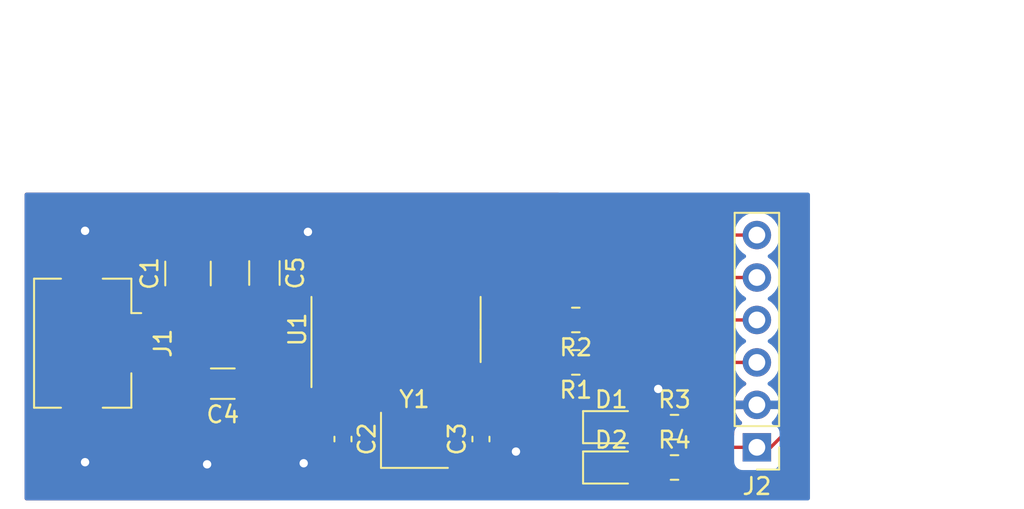
<source format=kicad_pcb>
(kicad_pcb (version 20171130) (host pcbnew "(5.1.7)-1")

  (general
    (thickness 1.6)
    (drawings 2)
    (tracks 159)
    (zones 0)
    (modules 15)
    (nets 17)
  )

  (page A4)
  (layers
    (0 F.Cu signal)
    (31 B.Cu signal)
    (32 B.Adhes user)
    (33 F.Adhes user)
    (34 B.Paste user)
    (35 F.Paste user)
    (36 B.SilkS user)
    (37 F.SilkS user)
    (38 B.Mask user)
    (39 F.Mask user)
    (40 Dwgs.User user)
    (41 Cmts.User user)
    (42 Eco1.User user)
    (43 Eco2.User user)
    (44 Edge.Cuts user)
    (45 Margin user)
    (46 B.CrtYd user)
    (47 F.CrtYd user)
    (48 B.Fab user)
    (49 F.Fab user)
  )

  (setup
    (last_trace_width 0.2)
    (trace_clearance 0.2)
    (zone_clearance 0.508)
    (zone_45_only no)
    (trace_min 0.2)
    (via_size 1.6)
    (via_drill 0.5)
    (via_min_size 0.4)
    (via_min_drill 0.3)
    (uvia_size 0.3)
    (uvia_drill 0.1)
    (uvias_allowed no)
    (uvia_min_size 0.2)
    (uvia_min_drill 0.1)
    (edge_width 0.05)
    (segment_width 0.2)
    (pcb_text_width 0.3)
    (pcb_text_size 1.5 1.5)
    (mod_edge_width 0.12)
    (mod_text_size 1 1)
    (mod_text_width 0.15)
    (pad_size 1.524 1.524)
    (pad_drill 0.762)
    (pad_to_mask_clearance 0)
    (aux_axis_origin 0 0)
    (visible_elements FFFFFF7F)
    (pcbplotparams
      (layerselection 0x010fc_ffffffff)
      (usegerberextensions false)
      (usegerberattributes true)
      (usegerberadvancedattributes true)
      (creategerberjobfile true)
      (excludeedgelayer true)
      (linewidth 0.100000)
      (plotframeref false)
      (viasonmask false)
      (mode 1)
      (useauxorigin false)
      (hpglpennumber 1)
      (hpglpenspeed 20)
      (hpglpendiameter 15.000000)
      (psnegative false)
      (psa4output false)
      (plotreference true)
      (plotvalue true)
      (plotinvisibletext false)
      (padsonsilk false)
      (subtractmaskfromsilk false)
      (outputformat 1)
      (mirror false)
      (drillshape 1)
      (scaleselection 1)
      (outputdirectory ""))
  )

  (net 0 "")
  (net 1 +5V)
  (net 2 GND)
  (net 3 "Net-(C2-Pad2)")
  (net 4 "Net-(C3-Pad2)")
  (net 5 "Net-(C4-Pad1)")
  (net 6 "Net-(D1-Pad2)")
  (net 7 /TX)
  (net 8 /RX)
  (net 9 "Net-(D2-Pad2)")
  (net 10 "Net-(J1-Pad6)")
  (net 11 "Net-(J1-Pad3)")
  (net 12 "Net-(J1-Pad2)")
  (net 13 /~RTS)
  (net 14 /~CTS)
  (net 15 "Net-(R1-Pad2)")
  (net 16 "Net-(R2-Pad2)")

  (net_class Default "This is the default net class."
    (clearance 0.2)
    (trace_width 0.2)
    (via_dia 1.6)
    (via_drill 0.5)
    (uvia_dia 0.3)
    (uvia_drill 0.1)
    (add_net +5V)
    (add_net /RX)
    (add_net /TX)
    (add_net /~CTS)
    (add_net /~RTS)
    (add_net GND)
    (add_net "Net-(C2-Pad2)")
    (add_net "Net-(C3-Pad2)")
    (add_net "Net-(C4-Pad1)")
    (add_net "Net-(D1-Pad2)")
    (add_net "Net-(D2-Pad2)")
    (add_net "Net-(J1-Pad2)")
    (add_net "Net-(J1-Pad3)")
    (add_net "Net-(J1-Pad6)")
    (add_net "Net-(R1-Pad2)")
    (add_net "Net-(R2-Pad2)")
  )

  (module Capacitor_SMD:C_1210_3225Metric (layer F.Cu) (tedit 5F68FEEE) (tstamp 605493AB)
    (at 150.114 81.0405 90)
    (descr "Capacitor SMD 1210 (3225 Metric), square (rectangular) end terminal, IPC_7351 nominal, (Body size source: IPC-SM-782 page 76, https://www.pcb-3d.com/wordpress/wp-content/uploads/ipc-sm-782a_amendment_1_and_2.pdf), generated with kicad-footprint-generator")
    (tags capacitor)
    (path /60BE080B)
    (attr smd)
    (fp_text reference C1 (at 0 -2.3 90) (layer F.SilkS)
      (effects (font (size 1 1) (thickness 0.15)))
    )
    (fp_text value 10u (at 0 2.3 90) (layer F.Fab)
      (effects (font (size 1 1) (thickness 0.15)))
    )
    (fp_line (start 2.3 1.6) (end -2.3 1.6) (layer F.CrtYd) (width 0.05))
    (fp_line (start 2.3 -1.6) (end 2.3 1.6) (layer F.CrtYd) (width 0.05))
    (fp_line (start -2.3 -1.6) (end 2.3 -1.6) (layer F.CrtYd) (width 0.05))
    (fp_line (start -2.3 1.6) (end -2.3 -1.6) (layer F.CrtYd) (width 0.05))
    (fp_line (start -0.711252 1.36) (end 0.711252 1.36) (layer F.SilkS) (width 0.12))
    (fp_line (start -0.711252 -1.36) (end 0.711252 -1.36) (layer F.SilkS) (width 0.12))
    (fp_line (start 1.6 1.25) (end -1.6 1.25) (layer F.Fab) (width 0.1))
    (fp_line (start 1.6 -1.25) (end 1.6 1.25) (layer F.Fab) (width 0.1))
    (fp_line (start -1.6 -1.25) (end 1.6 -1.25) (layer F.Fab) (width 0.1))
    (fp_line (start -1.6 1.25) (end -1.6 -1.25) (layer F.Fab) (width 0.1))
    (fp_text user %R (at 0 0 90) (layer F.Fab)
      (effects (font (size 0.8 0.8) (thickness 0.12)))
    )
    (pad 1 smd roundrect (at -1.475 0 90) (size 1.15 2.7) (layers F.Cu F.Paste F.Mask) (roundrect_rratio 0.217391)
      (net 1 +5V))
    (pad 2 smd roundrect (at 1.475 0 90) (size 1.15 2.7) (layers F.Cu F.Paste F.Mask) (roundrect_rratio 0.217391)
      (net 2 GND))
    (model ${KISYS3DMOD}/Capacitor_SMD.3dshapes/C_1210_3225Metric.wrl
      (at (xyz 0 0 0))
      (scale (xyz 1 1 1))
      (rotate (xyz 0 0 0))
    )
  )

  (module Capacitor_SMD:C_0603_1608Metric (layer F.Cu) (tedit 5F68FEEE) (tstamp 60546D74)
    (at 159.385 90.945 270)
    (descr "Capacitor SMD 0603 (1608 Metric), square (rectangular) end terminal, IPC_7351 nominal, (Body size source: IPC-SM-782 page 76, https://www.pcb-3d.com/wordpress/wp-content/uploads/ipc-sm-782a_amendment_1_and_2.pdf), generated with kicad-footprint-generator")
    (tags capacitor)
    (path /60BD8C0F)
    (attr smd)
    (fp_text reference C2 (at 0 -1.43 90) (layer F.SilkS)
      (effects (font (size 1 1) (thickness 0.15)))
    )
    (fp_text value 22p (at 0 1.43 90) (layer F.Fab)
      (effects (font (size 1 1) (thickness 0.15)))
    )
    (fp_line (start 1.48 0.73) (end -1.48 0.73) (layer F.CrtYd) (width 0.05))
    (fp_line (start 1.48 -0.73) (end 1.48 0.73) (layer F.CrtYd) (width 0.05))
    (fp_line (start -1.48 -0.73) (end 1.48 -0.73) (layer F.CrtYd) (width 0.05))
    (fp_line (start -1.48 0.73) (end -1.48 -0.73) (layer F.CrtYd) (width 0.05))
    (fp_line (start -0.14058 0.51) (end 0.14058 0.51) (layer F.SilkS) (width 0.12))
    (fp_line (start -0.14058 -0.51) (end 0.14058 -0.51) (layer F.SilkS) (width 0.12))
    (fp_line (start 0.8 0.4) (end -0.8 0.4) (layer F.Fab) (width 0.1))
    (fp_line (start 0.8 -0.4) (end 0.8 0.4) (layer F.Fab) (width 0.1))
    (fp_line (start -0.8 -0.4) (end 0.8 -0.4) (layer F.Fab) (width 0.1))
    (fp_line (start -0.8 0.4) (end -0.8 -0.4) (layer F.Fab) (width 0.1))
    (fp_text user %R (at 0 0 90) (layer F.Fab)
      (effects (font (size 0.4 0.4) (thickness 0.06)))
    )
    (pad 1 smd roundrect (at -0.775 0 270) (size 0.9 0.95) (layers F.Cu F.Paste F.Mask) (roundrect_rratio 0.25)
      (net 2 GND))
    (pad 2 smd roundrect (at 0.775 0 270) (size 0.9 0.95) (layers F.Cu F.Paste F.Mask) (roundrect_rratio 0.25)
      (net 3 "Net-(C2-Pad2)"))
    (model ${KISYS3DMOD}/Capacitor_SMD.3dshapes/C_0603_1608Metric.wrl
      (at (xyz 0 0 0))
      (scale (xyz 1 1 1))
      (rotate (xyz 0 0 0))
    )
  )

  (module Capacitor_SMD:C_0603_1608Metric (layer F.Cu) (tedit 5F68FEEE) (tstamp 60546D85)
    (at 167.64 90.945 90)
    (descr "Capacitor SMD 0603 (1608 Metric), square (rectangular) end terminal, IPC_7351 nominal, (Body size source: IPC-SM-782 page 76, https://www.pcb-3d.com/wordpress/wp-content/uploads/ipc-sm-782a_amendment_1_and_2.pdf), generated with kicad-footprint-generator")
    (tags capacitor)
    (path /60BD9242)
    (attr smd)
    (fp_text reference C3 (at 0 -1.43 90) (layer F.SilkS)
      (effects (font (size 1 1) (thickness 0.15)))
    )
    (fp_text value 22p (at 0 1.43 90) (layer F.Fab)
      (effects (font (size 1 1) (thickness 0.15)))
    )
    (fp_text user %R (at 0 0 90) (layer F.Fab)
      (effects (font (size 0.4 0.4) (thickness 0.06)))
    )
    (fp_line (start -0.8 0.4) (end -0.8 -0.4) (layer F.Fab) (width 0.1))
    (fp_line (start -0.8 -0.4) (end 0.8 -0.4) (layer F.Fab) (width 0.1))
    (fp_line (start 0.8 -0.4) (end 0.8 0.4) (layer F.Fab) (width 0.1))
    (fp_line (start 0.8 0.4) (end -0.8 0.4) (layer F.Fab) (width 0.1))
    (fp_line (start -0.14058 -0.51) (end 0.14058 -0.51) (layer F.SilkS) (width 0.12))
    (fp_line (start -0.14058 0.51) (end 0.14058 0.51) (layer F.SilkS) (width 0.12))
    (fp_line (start -1.48 0.73) (end -1.48 -0.73) (layer F.CrtYd) (width 0.05))
    (fp_line (start -1.48 -0.73) (end 1.48 -0.73) (layer F.CrtYd) (width 0.05))
    (fp_line (start 1.48 -0.73) (end 1.48 0.73) (layer F.CrtYd) (width 0.05))
    (fp_line (start 1.48 0.73) (end -1.48 0.73) (layer F.CrtYd) (width 0.05))
    (pad 2 smd roundrect (at 0.775 0 90) (size 0.9 0.95) (layers F.Cu F.Paste F.Mask) (roundrect_rratio 0.25)
      (net 4 "Net-(C3-Pad2)"))
    (pad 1 smd roundrect (at -0.775 0 90) (size 0.9 0.95) (layers F.Cu F.Paste F.Mask) (roundrect_rratio 0.25)
      (net 2 GND))
    (model ${KISYS3DMOD}/Capacitor_SMD.3dshapes/C_0603_1608Metric.wrl
      (at (xyz 0 0 0))
      (scale (xyz 1 1 1))
      (rotate (xyz 0 0 0))
    )
  )

  (module Capacitor_SMD:C_1206_3216Metric (layer F.Cu) (tedit 5F68FEEE) (tstamp 60546D96)
    (at 152.195 87.63 180)
    (descr "Capacitor SMD 1206 (3216 Metric), square (rectangular) end terminal, IPC_7351 nominal, (Body size source: IPC-SM-782 page 76, https://www.pcb-3d.com/wordpress/wp-content/uploads/ipc-sm-782a_amendment_1_and_2.pdf), generated with kicad-footprint-generator")
    (tags capacitor)
    (path /60BC51D3)
    (attr smd)
    (fp_text reference C4 (at 0 -1.85) (layer F.SilkS)
      (effects (font (size 1 1) (thickness 0.15)))
    )
    (fp_text value 10n (at 0 1.85) (layer F.Fab)
      (effects (font (size 1 1) (thickness 0.15)))
    )
    (fp_text user %R (at 0 0) (layer F.Fab)
      (effects (font (size 0.8 0.8) (thickness 0.12)))
    )
    (fp_line (start -1.6 0.8) (end -1.6 -0.8) (layer F.Fab) (width 0.1))
    (fp_line (start -1.6 -0.8) (end 1.6 -0.8) (layer F.Fab) (width 0.1))
    (fp_line (start 1.6 -0.8) (end 1.6 0.8) (layer F.Fab) (width 0.1))
    (fp_line (start 1.6 0.8) (end -1.6 0.8) (layer F.Fab) (width 0.1))
    (fp_line (start -0.711252 -0.91) (end 0.711252 -0.91) (layer F.SilkS) (width 0.12))
    (fp_line (start -0.711252 0.91) (end 0.711252 0.91) (layer F.SilkS) (width 0.12))
    (fp_line (start -2.3 1.15) (end -2.3 -1.15) (layer F.CrtYd) (width 0.05))
    (fp_line (start -2.3 -1.15) (end 2.3 -1.15) (layer F.CrtYd) (width 0.05))
    (fp_line (start 2.3 -1.15) (end 2.3 1.15) (layer F.CrtYd) (width 0.05))
    (fp_line (start 2.3 1.15) (end -2.3 1.15) (layer F.CrtYd) (width 0.05))
    (pad 2 smd roundrect (at 1.475 0 180) (size 1.15 1.8) (layers F.Cu F.Paste F.Mask) (roundrect_rratio 0.217391)
      (net 2 GND))
    (pad 1 smd roundrect (at -1.475 0 180) (size 1.15 1.8) (layers F.Cu F.Paste F.Mask) (roundrect_rratio 0.217391)
      (net 5 "Net-(C4-Pad1)"))
    (model ${KISYS3DMOD}/Capacitor_SMD.3dshapes/C_1206_3216Metric.wrl
      (at (xyz 0 0 0))
      (scale (xyz 1 1 1))
      (rotate (xyz 0 0 0))
    )
  )

  (module Capacitor_SMD:C_1206_3216Metric (layer F.Cu) (tedit 5F68FEEE) (tstamp 605493EC)
    (at 154.686 81.0115 270)
    (descr "Capacitor SMD 1206 (3216 Metric), square (rectangular) end terminal, IPC_7351 nominal, (Body size source: IPC-SM-782 page 76, https://www.pcb-3d.com/wordpress/wp-content/uploads/ipc-sm-782a_amendment_1_and_2.pdf), generated with kicad-footprint-generator")
    (tags capacitor)
    (path /60BC0A04)
    (attr smd)
    (fp_text reference C5 (at 0 -1.85 90) (layer F.SilkS)
      (effects (font (size 1 1) (thickness 0.15)))
    )
    (fp_text value 100n (at 0 1.85 90) (layer F.Fab)
      (effects (font (size 1 1) (thickness 0.15)))
    )
    (fp_line (start 2.3 1.15) (end -2.3 1.15) (layer F.CrtYd) (width 0.05))
    (fp_line (start 2.3 -1.15) (end 2.3 1.15) (layer F.CrtYd) (width 0.05))
    (fp_line (start -2.3 -1.15) (end 2.3 -1.15) (layer F.CrtYd) (width 0.05))
    (fp_line (start -2.3 1.15) (end -2.3 -1.15) (layer F.CrtYd) (width 0.05))
    (fp_line (start -0.711252 0.91) (end 0.711252 0.91) (layer F.SilkS) (width 0.12))
    (fp_line (start -0.711252 -0.91) (end 0.711252 -0.91) (layer F.SilkS) (width 0.12))
    (fp_line (start 1.6 0.8) (end -1.6 0.8) (layer F.Fab) (width 0.1))
    (fp_line (start 1.6 -0.8) (end 1.6 0.8) (layer F.Fab) (width 0.1))
    (fp_line (start -1.6 -0.8) (end 1.6 -0.8) (layer F.Fab) (width 0.1))
    (fp_line (start -1.6 0.8) (end -1.6 -0.8) (layer F.Fab) (width 0.1))
    (fp_text user %R (at 0 0 90) (layer F.Fab)
      (effects (font (size 0.8 0.8) (thickness 0.12)))
    )
    (pad 1 smd roundrect (at -1.475 0 270) (size 1.15 1.8) (layers F.Cu F.Paste F.Mask) (roundrect_rratio 0.217391)
      (net 2 GND))
    (pad 2 smd roundrect (at 1.475 0 270) (size 1.15 1.8) (layers F.Cu F.Paste F.Mask) (roundrect_rratio 0.217391)
      (net 1 +5V))
    (model ${KISYS3DMOD}/Capacitor_SMD.3dshapes/C_1206_3216Metric.wrl
      (at (xyz 0 0 0))
      (scale (xyz 1 1 1))
      (rotate (xyz 0 0 0))
    )
  )

  (module Diode_SMD:D_0805_2012Metric (layer F.Cu) (tedit 5F68FEF0) (tstamp 60548D65)
    (at 175.4355 90.2335)
    (descr "Diode SMD 0805 (2012 Metric), square (rectangular) end terminal, IPC_7351 nominal, (Body size source: https://docs.google.com/spreadsheets/d/1BsfQQcO9C6DZCsRaXUlFlo91Tg2WpOkGARC1WS5S8t0/edit?usp=sharing), generated with kicad-footprint-generator")
    (tags diode)
    (path /60BC99BB)
    (attr smd)
    (fp_text reference D1 (at 0 -1.65) (layer F.SilkS)
      (effects (font (size 1 1) (thickness 0.15)))
    )
    (fp_text value LED (at 0 1.65) (layer F.Fab)
      (effects (font (size 1 1) (thickness 0.15)))
    )
    (fp_text user %R (at 0 0) (layer F.Fab)
      (effects (font (size 0.5 0.5) (thickness 0.08)))
    )
    (fp_line (start 1 -0.6) (end -0.7 -0.6) (layer F.Fab) (width 0.1))
    (fp_line (start -0.7 -0.6) (end -1 -0.3) (layer F.Fab) (width 0.1))
    (fp_line (start -1 -0.3) (end -1 0.6) (layer F.Fab) (width 0.1))
    (fp_line (start -1 0.6) (end 1 0.6) (layer F.Fab) (width 0.1))
    (fp_line (start 1 0.6) (end 1 -0.6) (layer F.Fab) (width 0.1))
    (fp_line (start 1 -0.96) (end -1.685 -0.96) (layer F.SilkS) (width 0.12))
    (fp_line (start -1.685 -0.96) (end -1.685 0.96) (layer F.SilkS) (width 0.12))
    (fp_line (start -1.685 0.96) (end 1 0.96) (layer F.SilkS) (width 0.12))
    (fp_line (start -1.68 0.95) (end -1.68 -0.95) (layer F.CrtYd) (width 0.05))
    (fp_line (start -1.68 -0.95) (end 1.68 -0.95) (layer F.CrtYd) (width 0.05))
    (fp_line (start 1.68 -0.95) (end 1.68 0.95) (layer F.CrtYd) (width 0.05))
    (fp_line (start 1.68 0.95) (end -1.68 0.95) (layer F.CrtYd) (width 0.05))
    (pad 2 smd roundrect (at 0.9375 0) (size 0.975 1.4) (layers F.Cu F.Paste F.Mask) (roundrect_rratio 0.25)
      (net 6 "Net-(D1-Pad2)"))
    (pad 1 smd roundrect (at -0.9375 0) (size 0.975 1.4) (layers F.Cu F.Paste F.Mask) (roundrect_rratio 0.25)
      (net 7 /TX))
    (model ${KISYS3DMOD}/Diode_SMD.3dshapes/D_0805_2012Metric.wrl
      (at (xyz 0 0 0))
      (scale (xyz 1 1 1))
      (rotate (xyz 0 0 0))
    )
  )

  (module Diode_SMD:D_0805_2012Metric (layer F.Cu) (tedit 5F68FEF0) (tstamp 60547E6B)
    (at 175.4355 92.6465)
    (descr "Diode SMD 0805 (2012 Metric), square (rectangular) end terminal, IPC_7351 nominal, (Body size source: https://docs.google.com/spreadsheets/d/1BsfQQcO9C6DZCsRaXUlFlo91Tg2WpOkGARC1WS5S8t0/edit?usp=sharing), generated with kicad-footprint-generator")
    (tags diode)
    (path /60BC144D)
    (attr smd)
    (fp_text reference D2 (at 0 -1.65) (layer F.SilkS)
      (effects (font (size 1 1) (thickness 0.15)))
    )
    (fp_text value LED (at 0 1.65) (layer F.Fab)
      (effects (font (size 1 1) (thickness 0.15)))
    )
    (fp_line (start 1.68 0.95) (end -1.68 0.95) (layer F.CrtYd) (width 0.05))
    (fp_line (start 1.68 -0.95) (end 1.68 0.95) (layer F.CrtYd) (width 0.05))
    (fp_line (start -1.68 -0.95) (end 1.68 -0.95) (layer F.CrtYd) (width 0.05))
    (fp_line (start -1.68 0.95) (end -1.68 -0.95) (layer F.CrtYd) (width 0.05))
    (fp_line (start -1.685 0.96) (end 1 0.96) (layer F.SilkS) (width 0.12))
    (fp_line (start -1.685 -0.96) (end -1.685 0.96) (layer F.SilkS) (width 0.12))
    (fp_line (start 1 -0.96) (end -1.685 -0.96) (layer F.SilkS) (width 0.12))
    (fp_line (start 1 0.6) (end 1 -0.6) (layer F.Fab) (width 0.1))
    (fp_line (start -1 0.6) (end 1 0.6) (layer F.Fab) (width 0.1))
    (fp_line (start -1 -0.3) (end -1 0.6) (layer F.Fab) (width 0.1))
    (fp_line (start -0.7 -0.6) (end -1 -0.3) (layer F.Fab) (width 0.1))
    (fp_line (start 1 -0.6) (end -0.7 -0.6) (layer F.Fab) (width 0.1))
    (fp_text user %R (at 0 0) (layer F.Fab)
      (effects (font (size 0.5 0.5) (thickness 0.08)))
    )
    (pad 1 smd roundrect (at -0.9375 0) (size 0.975 1.4) (layers F.Cu F.Paste F.Mask) (roundrect_rratio 0.25)
      (net 8 /RX))
    (pad 2 smd roundrect (at 0.9375 0) (size 0.975 1.4) (layers F.Cu F.Paste F.Mask) (roundrect_rratio 0.25)
      (net 9 "Net-(D2-Pad2)"))
    (model ${KISYS3DMOD}/Diode_SMD.3dshapes/D_0805_2012Metric.wrl
      (at (xyz 0 0 0))
      (scale (xyz 1 1 1))
      (rotate (xyz 0 0 0))
    )
  )

  (module Connector_USB:USB_Micro-B_Amphenol_10104110_Horizontal (layer F.Cu) (tedit 5E5842A1) (tstamp 605482C5)
    (at 145.064 85.21 270)
    (descr "USB Micro-B, horizontal, https://cdn.amphenol-icc.com/media/wysiwyg/files/drawing/10104110.pdf")
    (tags "USB Micro B horizontal")
    (path /60BBEFD2)
    (attr smd)
    (fp_text reference J1 (at 0 -3.55 90) (layer F.SilkS)
      (effects (font (size 1 1) (thickness 0.15)))
    )
    (fp_text value USB_B_Micro (at 0 5.35 90) (layer F.Fab)
      (effects (font (size 1 1) (thickness 0.15)))
    )
    (fp_line (start 5.4 -2.75) (end -5.4 -2.75) (layer F.CrtYd) (width 0.05))
    (fp_line (start 5.4 4.55) (end 5.4 -2.75) (layer F.CrtYd) (width 0.05))
    (fp_line (start -5.4 4.55) (end 5.4 4.55) (layer F.CrtYd) (width 0.05))
    (fp_line (start -5.4 -2.75) (end -5.4 4.55) (layer F.CrtYd) (width 0.05))
    (fp_line (start -1.8 -1.66) (end -1.8 -2.25) (layer F.SilkS) (width 0.12))
    (fp_line (start 3.86 4.16) (end 3.86 2.55) (layer F.SilkS) (width 0.12))
    (fp_line (start -3.86 4.16) (end 3.86 4.16) (layer F.SilkS) (width 0.12))
    (fp_line (start -2.6 2.75) (end 2.6 2.75) (layer F.Fab) (width 0.1))
    (fp_line (start -3.75 -1.55) (end 3.75 -1.55) (layer F.Fab) (width 0.1))
    (fp_line (start 3.75 -1.55) (end 3.75 4.05) (layer F.Fab) (width 0.1))
    (fp_line (start 3.75 4.05) (end -3.75 4.05) (layer F.Fab) (width 0.1))
    (fp_line (start -3.75 4.05) (end -3.75 -1.55) (layer F.Fab) (width 0.1))
    (fp_line (start -1.7 -2.25) (end -1.3 -1.85) (layer F.Fab) (width 0.1))
    (fp_line (start -0.9 -2.25) (end -1.7 -2.25) (layer F.Fab) (width 0.1))
    (fp_line (start -1.3 -1.85) (end -0.9 -2.25) (layer F.Fab) (width 0.1))
    (fp_line (start -3.86 0.05) (end -3.86 -1.66) (layer F.SilkS) (width 0.12))
    (fp_line (start -3.86 -1.66) (end -1.8 -1.66) (layer F.SilkS) (width 0.12))
    (fp_line (start 3.86 0.05) (end 3.86 -1.66) (layer F.SilkS) (width 0.12))
    (fp_line (start 3.86 -1.66) (end 1.8 -1.66) (layer F.SilkS) (width 0.12))
    (fp_line (start -3.86 4.16) (end -3.86 2.55) (layer F.SilkS) (width 0.12))
    (fp_text user %R (at 0 -0.2 90) (layer F.Fab)
      (effects (font (size 1 1) (thickness 0.15)))
    )
    (fp_text user "PCB edge" (at 0 2.75 90) (layer Dwgs.User)
      (effects (font (size 0.5 0.5) (thickness 0.08)))
    )
    (pad 6 smd rect (at 1.15 1.3 270) (size 1.8 1.9) (layers F.Cu F.Paste F.Mask)
      (net 10 "Net-(J1-Pad6)"))
    (pad 6 smd rect (at -1.15 1.3 270) (size 1.8 1.9) (layers F.Cu F.Paste F.Mask)
      (net 10 "Net-(J1-Pad6)"))
    (pad 6 smd rect (at 3.75 1.3 270) (size 2.3 1.9) (layers F.Cu F.Paste F.Mask)
      (net 10 "Net-(J1-Pad6)"))
    (pad 6 smd rect (at -3.75 1.3 270) (size 2.3 1.9) (layers F.Cu F.Paste F.Mask)
      (net 10 "Net-(J1-Pad6)"))
    (pad 5 smd rect (at 1.3 -1.55 270) (size 0.4 1.4) (layers F.Cu F.Paste F.Mask)
      (net 2 GND))
    (pad 4 smd rect (at 0.65 -1.55 270) (size 0.4 1.4) (layers F.Cu F.Paste F.Mask))
    (pad 3 smd rect (at 0 -1.55 270) (size 0.4 1.4) (layers F.Cu F.Paste F.Mask)
      (net 11 "Net-(J1-Pad3)"))
    (pad 2 smd rect (at -0.65 -1.55 270) (size 0.4 1.4) (layers F.Cu F.Paste F.Mask)
      (net 12 "Net-(J1-Pad2)"))
    (pad 1 smd rect (at -1.3 -1.55 270) (size 0.4 1.4) (layers F.Cu F.Paste F.Mask)
      (net 1 +5V))
    (model ${KISYS3DMOD}/Connector_USB.3dshapes/USB_Micro-B_Amphenol_10104110_Horizontal.wrl
      (at (xyz 0 0 0))
      (scale (xyz 1 1 1))
      (rotate (xyz 0 0 0))
    )
  )

  (module Connector_PinHeader_2.54mm:PinHeader_1x06_P2.54mm_Vertical (layer F.Cu) (tedit 59FED5CC) (tstamp 60548A9A)
    (at 184.15 91.44 180)
    (descr "Through hole straight pin header, 1x06, 2.54mm pitch, single row")
    (tags "Through hole pin header THT 1x06 2.54mm single row")
    (path /60BCF2BA)
    (fp_text reference J2 (at 0 -2.33) (layer F.SilkS)
      (effects (font (size 1 1) (thickness 0.15)))
    )
    (fp_text value CONN (at 0 15.03) (layer F.Fab)
      (effects (font (size 1 1) (thickness 0.15)))
    )
    (fp_line (start 1.8 -1.8) (end -1.8 -1.8) (layer F.CrtYd) (width 0.05))
    (fp_line (start 1.8 14.5) (end 1.8 -1.8) (layer F.CrtYd) (width 0.05))
    (fp_line (start -1.8 14.5) (end 1.8 14.5) (layer F.CrtYd) (width 0.05))
    (fp_line (start -1.8 -1.8) (end -1.8 14.5) (layer F.CrtYd) (width 0.05))
    (fp_line (start -1.33 -1.33) (end 0 -1.33) (layer F.SilkS) (width 0.12))
    (fp_line (start -1.33 0) (end -1.33 -1.33) (layer F.SilkS) (width 0.12))
    (fp_line (start -1.33 1.27) (end 1.33 1.27) (layer F.SilkS) (width 0.12))
    (fp_line (start 1.33 1.27) (end 1.33 14.03) (layer F.SilkS) (width 0.12))
    (fp_line (start -1.33 1.27) (end -1.33 14.03) (layer F.SilkS) (width 0.12))
    (fp_line (start -1.33 14.03) (end 1.33 14.03) (layer F.SilkS) (width 0.12))
    (fp_line (start -1.27 -0.635) (end -0.635 -1.27) (layer F.Fab) (width 0.1))
    (fp_line (start -1.27 13.97) (end -1.27 -0.635) (layer F.Fab) (width 0.1))
    (fp_line (start 1.27 13.97) (end -1.27 13.97) (layer F.Fab) (width 0.1))
    (fp_line (start 1.27 -1.27) (end 1.27 13.97) (layer F.Fab) (width 0.1))
    (fp_line (start -0.635 -1.27) (end 1.27 -1.27) (layer F.Fab) (width 0.1))
    (fp_text user %R (at 0 6.35 90) (layer F.Fab)
      (effects (font (size 1 1) (thickness 0.15)))
    )
    (pad 1 thru_hole rect (at 0 0 180) (size 1.7 1.7) (drill 1) (layers *.Cu *.Mask)
      (net 1 +5V))
    (pad 2 thru_hole oval (at 0 2.54 180) (size 1.7 1.7) (drill 1) (layers *.Cu *.Mask)
      (net 2 GND))
    (pad 3 thru_hole oval (at 0 5.08 180) (size 1.7 1.7) (drill 1) (layers *.Cu *.Mask)
      (net 7 /TX))
    (pad 4 thru_hole oval (at 0 7.62 180) (size 1.7 1.7) (drill 1) (layers *.Cu *.Mask)
      (net 8 /RX))
    (pad 5 thru_hole oval (at 0 10.16 180) (size 1.7 1.7) (drill 1) (layers *.Cu *.Mask)
      (net 13 /~RTS))
    (pad 6 thru_hole oval (at 0 12.7 180) (size 1.7 1.7) (drill 1) (layers *.Cu *.Mask)
      (net 14 /~CTS))
    (model ${KISYS3DMOD}/Connector_PinHeader_2.54mm.3dshapes/PinHeader_1x06_P2.54mm_Vertical.wrl
      (at (xyz 0 0 0))
      (scale (xyz 1 1 1))
      (rotate (xyz 0 0 0))
    )
  )

  (module Resistor_SMD:R_0805_2012Metric (layer F.Cu) (tedit 5F68FEEE) (tstamp 60546E1B)
    (at 173.315 86.36 180)
    (descr "Resistor SMD 0805 (2012 Metric), square (rectangular) end terminal, IPC_7351 nominal, (Body size source: IPC-SM-782 page 72, https://www.pcb-3d.com/wordpress/wp-content/uploads/ipc-sm-782a_amendment_1_and_2.pdf), generated with kicad-footprint-generator")
    (tags resistor)
    (path /60BC0E1E)
    (attr smd)
    (fp_text reference R1 (at 0 -1.65) (layer F.SilkS)
      (effects (font (size 1 1) (thickness 0.15)))
    )
    (fp_text value 1k (at 0 1.65) (layer F.Fab)
      (effects (font (size 1 1) (thickness 0.15)))
    )
    (fp_line (start 1.68 0.95) (end -1.68 0.95) (layer F.CrtYd) (width 0.05))
    (fp_line (start 1.68 -0.95) (end 1.68 0.95) (layer F.CrtYd) (width 0.05))
    (fp_line (start -1.68 -0.95) (end 1.68 -0.95) (layer F.CrtYd) (width 0.05))
    (fp_line (start -1.68 0.95) (end -1.68 -0.95) (layer F.CrtYd) (width 0.05))
    (fp_line (start -0.227064 0.735) (end 0.227064 0.735) (layer F.SilkS) (width 0.12))
    (fp_line (start -0.227064 -0.735) (end 0.227064 -0.735) (layer F.SilkS) (width 0.12))
    (fp_line (start 1 0.625) (end -1 0.625) (layer F.Fab) (width 0.1))
    (fp_line (start 1 -0.625) (end 1 0.625) (layer F.Fab) (width 0.1))
    (fp_line (start -1 -0.625) (end 1 -0.625) (layer F.Fab) (width 0.1))
    (fp_line (start -1 0.625) (end -1 -0.625) (layer F.Fab) (width 0.1))
    (fp_text user %R (at 0 0) (layer F.Fab)
      (effects (font (size 0.5 0.5) (thickness 0.08)))
    )
    (pad 1 smd roundrect (at -0.9125 0 180) (size 1.025 1.4) (layers F.Cu F.Paste F.Mask) (roundrect_rratio 0.243902)
      (net 7 /TX))
    (pad 2 smd roundrect (at 0.9125 0 180) (size 1.025 1.4) (layers F.Cu F.Paste F.Mask) (roundrect_rratio 0.243902)
      (net 15 "Net-(R1-Pad2)"))
    (model ${KISYS3DMOD}/Resistor_SMD.3dshapes/R_0805_2012Metric.wrl
      (at (xyz 0 0 0))
      (scale (xyz 1 1 1))
      (rotate (xyz 0 0 0))
    )
  )

  (module Resistor_SMD:R_0805_2012Metric (layer F.Cu) (tedit 5F68FEEE) (tstamp 60546E2C)
    (at 173.315 83.82 180)
    (descr "Resistor SMD 0805 (2012 Metric), square (rectangular) end terminal, IPC_7351 nominal, (Body size source: IPC-SM-782 page 72, https://www.pcb-3d.com/wordpress/wp-content/uploads/ipc-sm-782a_amendment_1_and_2.pdf), generated with kicad-footprint-generator")
    (tags resistor)
    (path /60BC8010)
    (attr smd)
    (fp_text reference R2 (at 0 -1.65) (layer F.SilkS)
      (effects (font (size 1 1) (thickness 0.15)))
    )
    (fp_text value 1k (at 0 1.65) (layer F.Fab)
      (effects (font (size 1 1) (thickness 0.15)))
    )
    (fp_text user %R (at 0 0) (layer F.Fab)
      (effects (font (size 0.5 0.5) (thickness 0.08)))
    )
    (fp_line (start -1 0.625) (end -1 -0.625) (layer F.Fab) (width 0.1))
    (fp_line (start -1 -0.625) (end 1 -0.625) (layer F.Fab) (width 0.1))
    (fp_line (start 1 -0.625) (end 1 0.625) (layer F.Fab) (width 0.1))
    (fp_line (start 1 0.625) (end -1 0.625) (layer F.Fab) (width 0.1))
    (fp_line (start -0.227064 -0.735) (end 0.227064 -0.735) (layer F.SilkS) (width 0.12))
    (fp_line (start -0.227064 0.735) (end 0.227064 0.735) (layer F.SilkS) (width 0.12))
    (fp_line (start -1.68 0.95) (end -1.68 -0.95) (layer F.CrtYd) (width 0.05))
    (fp_line (start -1.68 -0.95) (end 1.68 -0.95) (layer F.CrtYd) (width 0.05))
    (fp_line (start 1.68 -0.95) (end 1.68 0.95) (layer F.CrtYd) (width 0.05))
    (fp_line (start 1.68 0.95) (end -1.68 0.95) (layer F.CrtYd) (width 0.05))
    (pad 2 smd roundrect (at 0.9125 0 180) (size 1.025 1.4) (layers F.Cu F.Paste F.Mask) (roundrect_rratio 0.243902)
      (net 16 "Net-(R2-Pad2)"))
    (pad 1 smd roundrect (at -0.9125 0 180) (size 1.025 1.4) (layers F.Cu F.Paste F.Mask) (roundrect_rratio 0.243902)
      (net 8 /RX))
    (model ${KISYS3DMOD}/Resistor_SMD.3dshapes/R_0805_2012Metric.wrl
      (at (xyz 0 0 0))
      (scale (xyz 1 1 1))
      (rotate (xyz 0 0 0))
    )
  )

  (module Resistor_SMD:R_0805_2012Metric (layer F.Cu) (tedit 5F68FEEE) (tstamp 60546E3D)
    (at 179.2205 90.2335)
    (descr "Resistor SMD 0805 (2012 Metric), square (rectangular) end terminal, IPC_7351 nominal, (Body size source: IPC-SM-782 page 72, https://www.pcb-3d.com/wordpress/wp-content/uploads/ipc-sm-782a_amendment_1_and_2.pdf), generated with kicad-footprint-generator")
    (tags resistor)
    (path /60BC8E67)
    (attr smd)
    (fp_text reference R3 (at 0 -1.65) (layer F.SilkS)
      (effects (font (size 1 1) (thickness 0.15)))
    )
    (fp_text value 1k (at 0 1.65) (layer F.Fab)
      (effects (font (size 1 1) (thickness 0.15)))
    )
    (fp_text user %R (at 0 0) (layer F.Fab)
      (effects (font (size 0.5 0.5) (thickness 0.08)))
    )
    (fp_line (start -1 0.625) (end -1 -0.625) (layer F.Fab) (width 0.1))
    (fp_line (start -1 -0.625) (end 1 -0.625) (layer F.Fab) (width 0.1))
    (fp_line (start 1 -0.625) (end 1 0.625) (layer F.Fab) (width 0.1))
    (fp_line (start 1 0.625) (end -1 0.625) (layer F.Fab) (width 0.1))
    (fp_line (start -0.227064 -0.735) (end 0.227064 -0.735) (layer F.SilkS) (width 0.12))
    (fp_line (start -0.227064 0.735) (end 0.227064 0.735) (layer F.SilkS) (width 0.12))
    (fp_line (start -1.68 0.95) (end -1.68 -0.95) (layer F.CrtYd) (width 0.05))
    (fp_line (start -1.68 -0.95) (end 1.68 -0.95) (layer F.CrtYd) (width 0.05))
    (fp_line (start 1.68 -0.95) (end 1.68 0.95) (layer F.CrtYd) (width 0.05))
    (fp_line (start 1.68 0.95) (end -1.68 0.95) (layer F.CrtYd) (width 0.05))
    (pad 2 smd roundrect (at 0.9125 0) (size 1.025 1.4) (layers F.Cu F.Paste F.Mask) (roundrect_rratio 0.243902)
      (net 1 +5V))
    (pad 1 smd roundrect (at -0.9125 0) (size 1.025 1.4) (layers F.Cu F.Paste F.Mask) (roundrect_rratio 0.243902)
      (net 6 "Net-(D1-Pad2)"))
    (model ${KISYS3DMOD}/Resistor_SMD.3dshapes/R_0805_2012Metric.wrl
      (at (xyz 0 0 0))
      (scale (xyz 1 1 1))
      (rotate (xyz 0 0 0))
    )
  )

  (module Resistor_SMD:R_0805_2012Metric (layer F.Cu) (tedit 5F68FEEE) (tstamp 60546E4E)
    (at 179.2205 92.6465)
    (descr "Resistor SMD 0805 (2012 Metric), square (rectangular) end terminal, IPC_7351 nominal, (Body size source: IPC-SM-782 page 72, https://www.pcb-3d.com/wordpress/wp-content/uploads/ipc-sm-782a_amendment_1_and_2.pdf), generated with kicad-footprint-generator")
    (tags resistor)
    (path /60BC8752)
    (attr smd)
    (fp_text reference R4 (at 0 -1.65) (layer F.SilkS)
      (effects (font (size 1 1) (thickness 0.15)))
    )
    (fp_text value 1k (at 0 1.65) (layer F.Fab)
      (effects (font (size 1 1) (thickness 0.15)))
    )
    (fp_line (start 1.68 0.95) (end -1.68 0.95) (layer F.CrtYd) (width 0.05))
    (fp_line (start 1.68 -0.95) (end 1.68 0.95) (layer F.CrtYd) (width 0.05))
    (fp_line (start -1.68 -0.95) (end 1.68 -0.95) (layer F.CrtYd) (width 0.05))
    (fp_line (start -1.68 0.95) (end -1.68 -0.95) (layer F.CrtYd) (width 0.05))
    (fp_line (start -0.227064 0.735) (end 0.227064 0.735) (layer F.SilkS) (width 0.12))
    (fp_line (start -0.227064 -0.735) (end 0.227064 -0.735) (layer F.SilkS) (width 0.12))
    (fp_line (start 1 0.625) (end -1 0.625) (layer F.Fab) (width 0.1))
    (fp_line (start 1 -0.625) (end 1 0.625) (layer F.Fab) (width 0.1))
    (fp_line (start -1 -0.625) (end 1 -0.625) (layer F.Fab) (width 0.1))
    (fp_line (start -1 0.625) (end -1 -0.625) (layer F.Fab) (width 0.1))
    (fp_text user %R (at 0 0) (layer F.Fab)
      (effects (font (size 0.5 0.5) (thickness 0.08)))
    )
    (pad 1 smd roundrect (at -0.9125 0) (size 1.025 1.4) (layers F.Cu F.Paste F.Mask) (roundrect_rratio 0.243902)
      (net 9 "Net-(D2-Pad2)"))
    (pad 2 smd roundrect (at 0.9125 0) (size 1.025 1.4) (layers F.Cu F.Paste F.Mask) (roundrect_rratio 0.243902)
      (net 1 +5V))
    (model ${KISYS3DMOD}/Resistor_SMD.3dshapes/R_0805_2012Metric.wrl
      (at (xyz 0 0 0))
      (scale (xyz 1 1 1))
      (rotate (xyz 0 0 0))
    )
  )

  (module Package_SO:SOIC-16_3.9x9.9mm_P1.27mm (layer F.Cu) (tedit 5D9F72B1) (tstamp 60546E70)
    (at 162.56 84.39 90)
    (descr "SOIC, 16 Pin (JEDEC MS-012AC, https://www.analog.com/media/en/package-pcb-resources/package/pkg_pdf/soic_narrow-r/r_16.pdf), generated with kicad-footprint-generator ipc_gullwing_generator.py")
    (tags "SOIC SO")
    (path /60BBFCD2)
    (attr smd)
    (fp_text reference U1 (at 0 -5.9 90) (layer F.SilkS)
      (effects (font (size 1 1) (thickness 0.15)))
    )
    (fp_text value CH340G (at 0 5.9 90) (layer F.Fab)
      (effects (font (size 1 1) (thickness 0.15)))
    )
    (fp_line (start 3.7 -5.2) (end -3.7 -5.2) (layer F.CrtYd) (width 0.05))
    (fp_line (start 3.7 5.2) (end 3.7 -5.2) (layer F.CrtYd) (width 0.05))
    (fp_line (start -3.7 5.2) (end 3.7 5.2) (layer F.CrtYd) (width 0.05))
    (fp_line (start -3.7 -5.2) (end -3.7 5.2) (layer F.CrtYd) (width 0.05))
    (fp_line (start -1.95 -3.975) (end -0.975 -4.95) (layer F.Fab) (width 0.1))
    (fp_line (start -1.95 4.95) (end -1.95 -3.975) (layer F.Fab) (width 0.1))
    (fp_line (start 1.95 4.95) (end -1.95 4.95) (layer F.Fab) (width 0.1))
    (fp_line (start 1.95 -4.95) (end 1.95 4.95) (layer F.Fab) (width 0.1))
    (fp_line (start -0.975 -4.95) (end 1.95 -4.95) (layer F.Fab) (width 0.1))
    (fp_line (start 0 -5.06) (end -3.45 -5.06) (layer F.SilkS) (width 0.12))
    (fp_line (start 0 -5.06) (end 1.95 -5.06) (layer F.SilkS) (width 0.12))
    (fp_line (start 0 5.06) (end -1.95 5.06) (layer F.SilkS) (width 0.12))
    (fp_line (start 0 5.06) (end 1.95 5.06) (layer F.SilkS) (width 0.12))
    (fp_text user %R (at 0 0 90) (layer F.Fab)
      (effects (font (size 0.98 0.98) (thickness 0.15)))
    )
    (pad 1 smd roundrect (at -2.475 -4.445 90) (size 1.95 0.6) (layers F.Cu F.Paste F.Mask) (roundrect_rratio 0.25)
      (net 2 GND))
    (pad 2 smd roundrect (at -2.475 -3.175 90) (size 1.95 0.6) (layers F.Cu F.Paste F.Mask) (roundrect_rratio 0.25)
      (net 15 "Net-(R1-Pad2)"))
    (pad 3 smd roundrect (at -2.475 -1.905 90) (size 1.95 0.6) (layers F.Cu F.Paste F.Mask) (roundrect_rratio 0.25)
      (net 16 "Net-(R2-Pad2)"))
    (pad 4 smd roundrect (at -2.475 -0.635 90) (size 1.95 0.6) (layers F.Cu F.Paste F.Mask) (roundrect_rratio 0.25)
      (net 5 "Net-(C4-Pad1)"))
    (pad 5 smd roundrect (at -2.475 0.635 90) (size 1.95 0.6) (layers F.Cu F.Paste F.Mask) (roundrect_rratio 0.25)
      (net 11 "Net-(J1-Pad3)"))
    (pad 6 smd roundrect (at -2.475 1.905 90) (size 1.95 0.6) (layers F.Cu F.Paste F.Mask) (roundrect_rratio 0.25)
      (net 12 "Net-(J1-Pad2)"))
    (pad 7 smd roundrect (at -2.475 3.175 90) (size 1.95 0.6) (layers F.Cu F.Paste F.Mask) (roundrect_rratio 0.25)
      (net 3 "Net-(C2-Pad2)"))
    (pad 8 smd roundrect (at -2.475 4.445 90) (size 1.95 0.6) (layers F.Cu F.Paste F.Mask) (roundrect_rratio 0.25)
      (net 4 "Net-(C3-Pad2)"))
    (pad 9 smd roundrect (at 2.475 4.445 90) (size 1.95 0.6) (layers F.Cu F.Paste F.Mask) (roundrect_rratio 0.25)
      (net 14 /~CTS))
    (pad 10 smd roundrect (at 2.475 3.175 90) (size 1.95 0.6) (layers F.Cu F.Paste F.Mask) (roundrect_rratio 0.25))
    (pad 11 smd roundrect (at 2.475 1.905 90) (size 1.95 0.6) (layers F.Cu F.Paste F.Mask) (roundrect_rratio 0.25))
    (pad 12 smd roundrect (at 2.475 0.635 90) (size 1.95 0.6) (layers F.Cu F.Paste F.Mask) (roundrect_rratio 0.25))
    (pad 13 smd roundrect (at 2.475 -0.635 90) (size 1.95 0.6) (layers F.Cu F.Paste F.Mask) (roundrect_rratio 0.25))
    (pad 14 smd roundrect (at 2.475 -1.905 90) (size 1.95 0.6) (layers F.Cu F.Paste F.Mask) (roundrect_rratio 0.25)
      (net 13 /~RTS))
    (pad 15 smd roundrect (at 2.475 -3.175 90) (size 1.95 0.6) (layers F.Cu F.Paste F.Mask) (roundrect_rratio 0.25))
    (pad 16 smd roundrect (at 2.475 -4.445 90) (size 1.95 0.6) (layers F.Cu F.Paste F.Mask) (roundrect_rratio 0.25)
      (net 1 +5V))
    (model ${KISYS3DMOD}/Package_SO.3dshapes/SOIC-16_3.9x9.9mm_P1.27mm.wrl
      (at (xyz 0 0 0))
      (scale (xyz 1 1 1))
      (rotate (xyz 0 0 0))
    )
  )

  (module Crystal:Crystal_SMD_3225-4Pin_3.2x2.5mm (layer F.Cu) (tedit 5A0FD1B2) (tstamp 60546E84)
    (at 163.66 91.02)
    (descr "SMD Crystal SERIES SMD3225/4 http://www.txccrystal.com/images/pdf/7m-accuracy.pdf, 3.2x2.5mm^2 package")
    (tags "SMD SMT crystal")
    (path /60BD808A)
    (attr smd)
    (fp_text reference Y1 (at 0 -2.45) (layer F.SilkS)
      (effects (font (size 1 1) (thickness 0.15)))
    )
    (fp_text value 12MHz (at 0 2.45) (layer F.Fab)
      (effects (font (size 1 1) (thickness 0.15)))
    )
    (fp_line (start 2.1 -1.7) (end -2.1 -1.7) (layer F.CrtYd) (width 0.05))
    (fp_line (start 2.1 1.7) (end 2.1 -1.7) (layer F.CrtYd) (width 0.05))
    (fp_line (start -2.1 1.7) (end 2.1 1.7) (layer F.CrtYd) (width 0.05))
    (fp_line (start -2.1 -1.7) (end -2.1 1.7) (layer F.CrtYd) (width 0.05))
    (fp_line (start -2 1.65) (end 2 1.65) (layer F.SilkS) (width 0.12))
    (fp_line (start -2 -1.65) (end -2 1.65) (layer F.SilkS) (width 0.12))
    (fp_line (start -1.6 0.25) (end -0.6 1.25) (layer F.Fab) (width 0.1))
    (fp_line (start 1.6 -1.25) (end -1.6 -1.25) (layer F.Fab) (width 0.1))
    (fp_line (start 1.6 1.25) (end 1.6 -1.25) (layer F.Fab) (width 0.1))
    (fp_line (start -1.6 1.25) (end 1.6 1.25) (layer F.Fab) (width 0.1))
    (fp_line (start -1.6 -1.25) (end -1.6 1.25) (layer F.Fab) (width 0.1))
    (fp_text user %R (at 0 0) (layer F.Fab)
      (effects (font (size 0.7 0.7) (thickness 0.105)))
    )
    (pad 1 smd rect (at -1.1 0.85) (size 1.4 1.2) (layers F.Cu F.Paste F.Mask)
      (net 3 "Net-(C2-Pad2)"))
    (pad 2 smd rect (at 1.1 0.85) (size 1.4 1.2) (layers F.Cu F.Paste F.Mask)
      (net 2 GND))
    (pad 3 smd rect (at 1.1 -0.85) (size 1.4 1.2) (layers F.Cu F.Paste F.Mask)
      (net 4 "Net-(C3-Pad2)"))
    (pad 4 smd rect (at -1.1 -0.85) (size 1.4 1.2) (layers F.Cu F.Paste F.Mask)
      (net 2 GND))
    (model ${KISYS3DMOD}/Crystal.3dshapes/Crystal_SMD_3225-4Pin_3.2x2.5mm.wrl
      (at (xyz 0 0 0))
      (scale (xyz 1 1 1))
      (rotate (xyz 0 0 0))
    )
  )

  (dimension 46.99 (width 0.15) (layer Dwgs.User)
    (gr_text "46,990 mm" (at 163.83 65.375) (layer Dwgs.User)
      (effects (font (size 1 1) (thickness 0.15)))
    )
    (feature1 (pts (xy 187.325 76.2) (xy 187.325 66.088579)))
    (feature2 (pts (xy 140.335 76.2) (xy 140.335 66.088579)))
    (crossbar (pts (xy 140.335 66.675) (xy 187.325 66.675)))
    (arrow1a (pts (xy 187.325 66.675) (xy 186.198496 67.261421)))
    (arrow1b (pts (xy 187.325 66.675) (xy 186.198496 66.088579)))
    (arrow2a (pts (xy 140.335 66.675) (xy 141.461504 67.261421)))
    (arrow2b (pts (xy 140.335 66.675) (xy 141.461504 66.088579)))
  )
  (dimension 18.415 (width 0.15) (layer Dwgs.User)
    (gr_text "18,415 mm" (at 198.785 85.4075 270) (layer Dwgs.User)
      (effects (font (size 1 1) (thickness 0.15)))
    )
    (feature1 (pts (xy 187.325 94.615) (xy 198.071421 94.615)))
    (feature2 (pts (xy 187.325 76.2) (xy 198.071421 76.2)))
    (crossbar (pts (xy 197.485 76.2) (xy 197.485 94.615)))
    (arrow1a (pts (xy 197.485 94.615) (xy 196.898579 93.488496)))
    (arrow1b (pts (xy 197.485 94.615) (xy 198.071421 93.488496)))
    (arrow2a (pts (xy 197.485 76.2) (xy 196.898579 77.326504)))
    (arrow2b (pts (xy 197.485 76.2) (xy 198.071421 77.326504)))
  )

  (segment (start 180.133 92.6465) (end 180.133 90.2335) (width 0.2) (layer F.Cu) (net 1))
  (segment (start 180.133 92.6465) (end 181.483 92.6465) (width 0.2) (layer F.Cu) (net 1))
  (segment (start 182.6895 91.44) (end 184.15 91.44) (width 0.2) (layer F.Cu) (net 1))
  (segment (start 181.483 92.6465) (end 182.6895 91.44) (width 0.2) (layer F.Cu) (net 1))
  (segment (start 158.115 81.915) (end 156.718 81.915) (width 0.2) (layer F.Cu) (net 1))
  (segment (start 156.1465 82.4865) (end 154.686 82.4865) (width 0.2) (layer F.Cu) (net 1))
  (segment (start 156.718 81.915) (end 156.1465 82.4865) (width 0.2) (layer F.Cu) (net 1))
  (segment (start 150.143 82.4865) (end 150.114 82.5155) (width 0.2) (layer F.Cu) (net 1))
  (segment (start 154.686 82.4865) (end 150.143 82.4865) (width 0.2) (layer F.Cu) (net 1))
  (segment (start 150.114 82.5155) (end 148.746 83.8835) (width 0.2) (layer F.Cu) (net 1))
  (segment (start 146.6405 83.8835) (end 146.614 83.91) (width 0.2) (layer F.Cu) (net 1))
  (segment (start 148.746 83.8835) (end 146.6405 83.8835) (width 0.2) (layer F.Cu) (net 1))
  (segment (start 184.15 91.44) (end 184.9755 91.44) (width 0.2) (layer F.Cu) (net 1))
  (segment (start 184.9755 91.44) (end 186.1185 90.297) (width 0.2) (layer F.Cu) (net 1))
  (segment (start 186.1185 90.297) (end 186.1185 77.7875) (width 0.2) (layer F.Cu) (net 1))
  (segment (start 186.1185 77.7875) (end 185.166 76.835) (width 0.2) (layer F.Cu) (net 1))
  (segment (start 185.166 76.835) (end 172.7835 76.835) (width 0.2) (layer F.Cu) (net 1))
  (segment (start 172.7835 76.835) (end 169.7355 79.883) (width 0.2) (layer F.Cu) (net 1))
  (segment (start 169.7355 79.883) (end 158.496 79.883) (width 0.2) (layer F.Cu) (net 1))
  (segment (start 158.115 80.264) (end 158.115 81.915) (width 0.2) (layer F.Cu) (net 1))
  (segment (start 158.496 79.883) (end 158.115 80.264) (width 0.2) (layer F.Cu) (net 1))
  (segment (start 151.257 92.456) (end 150.72 91.919) (width 0.2) (layer F.Cu) (net 2))
  (segment (start 151.257 92.456) (end 151.257 92.456) (width 0.2) (layer F.Cu) (net 2) (tstamp 605489F7))
  (via (at 151.257 92.456) (size 1.6) (drill 0.5) (layers F.Cu B.Cu) (net 2))
  (segment (start 150.143 79.5365) (end 150.114 79.5655) (width 0.2) (layer F.Cu) (net 2))
  (segment (start 154.686 79.5365) (end 150.143 79.5365) (width 0.2) (layer F.Cu) (net 2))
  (segment (start 150.114 79.5655) (end 146.177 79.5655) (width 0.2) (layer F.Cu) (net 2))
  (segment (start 146.177 79.5655) (end 145.288 80.4545) (width 0.2) (layer F.Cu) (net 2))
  (segment (start 145.288 80.4545) (end 145.288 86.233) (width 0.2) (layer F.Cu) (net 2))
  (segment (start 145.565 86.51) (end 146.614 86.51) (width 0.2) (layer F.Cu) (net 2))
  (segment (start 145.288 86.233) (end 145.565 86.51) (width 0.2) (layer F.Cu) (net 2))
  (via (at 157.2895 78.5495) (size 1.6) (drill 0.5) (layers F.Cu B.Cu) (net 2))
  (segment (start 156.3025 79.5365) (end 157.2895 78.5495) (width 0.2) (layer F.Cu) (net 2))
  (segment (start 154.686 79.5365) (end 156.3025 79.5365) (width 0.2) (layer F.Cu) (net 2))
  (segment (start 150.114 79.5655) (end 146.558 79.5655) (width 0.2) (layer F.Cu) (net 2))
  (via (at 143.9545 78.486) (size 1.6) (drill 0.5) (layers F.Cu B.Cu) (net 2))
  (segment (start 145.4785 78.486) (end 143.9545 78.486) (width 0.2) (layer F.Cu) (net 2))
  (segment (start 146.558 79.5655) (end 145.4785 78.486) (width 0.2) (layer F.Cu) (net 2))
  (via (at 143.9545 92.329) (size 1.6) (drill 0.5) (layers F.Cu B.Cu) (net 2))
  (segment (start 144.0815 92.456) (end 143.9545 92.329) (width 0.2) (layer B.Cu) (net 2))
  (segment (start 151.257 92.456) (end 144.0815 92.456) (width 0.2) (layer B.Cu) (net 2))
  (segment (start 159.385 90.17) (end 158.877 90.17) (width 0.2) (layer F.Cu) (net 2))
  (segment (start 158.877 90.17) (end 158.369 90.678) (width 0.2) (layer F.Cu) (net 2))
  (segment (start 158.369 90.678) (end 158.369 92.5195) (width 0.2) (layer F.Cu) (net 2))
  (segment (start 158.369 92.5195) (end 158.877 93.0275) (width 0.2) (layer F.Cu) (net 2))
  (segment (start 158.877 93.0275) (end 164.211 93.0275) (width 0.2) (layer F.Cu) (net 2))
  (segment (start 164.76 92.4785) (end 164.76 91.87) (width 0.2) (layer F.Cu) (net 2))
  (segment (start 164.211 93.0275) (end 164.76 92.4785) (width 0.2) (layer F.Cu) (net 2))
  (via (at 157.0355 92.3925) (size 1.6) (drill 0.5) (layers F.Cu B.Cu) (net 2))
  (segment (start 157.1625 92.5195) (end 157.0355 92.3925) (width 0.2) (layer F.Cu) (net 2))
  (segment (start 158.369 92.5195) (end 157.1625 92.5195) (width 0.2) (layer F.Cu) (net 2))
  (segment (start 151.3205 92.3925) (end 151.257 92.456) (width 0.2) (layer B.Cu) (net 2))
  (segment (start 157.0355 92.3925) (end 151.3205 92.3925) (width 0.2) (layer B.Cu) (net 2))
  (via (at 169.7355 91.694) (size 1.6) (drill 0.5) (layers F.Cu B.Cu) (net 2))
  (segment (start 169.7095 91.72) (end 169.7355 91.694) (width 0.2) (layer F.Cu) (net 2))
  (segment (start 167.64 91.72) (end 169.7095 91.72) (width 0.2) (layer F.Cu) (net 2))
  (via (at 178.2445 87.9475) (size 1.6) (drill 0.5) (layers F.Cu B.Cu) (net 2))
  (segment (start 173.482 87.9475) (end 178.2445 87.9475) (width 0.2) (layer B.Cu) (net 2))
  (segment (start 169.7355 91.694) (end 173.482 87.9475) (width 0.2) (layer B.Cu) (net 2))
  (segment (start 178.2445 87.9475) (end 180.6575 87.9475) (width 0.2) (layer F.Cu) (net 2))
  (segment (start 181.61 88.9) (end 184.15 88.9) (width 0.2) (layer F.Cu) (net 2))
  (segment (start 180.6575 87.9475) (end 181.61 88.9) (width 0.2) (layer F.Cu) (net 2))
  (segment (start 158.115 86.865) (end 157.229 86.865) (width 0.2) (layer F.Cu) (net 2))
  (segment (start 157.229 86.865) (end 154.813 89.281) (width 0.2) (layer F.Cu) (net 2))
  (segment (start 150.749 89.281) (end 150.72 89.31) (width 0.2) (layer F.Cu) (net 2))
  (segment (start 154.813 89.281) (end 150.749 89.281) (width 0.2) (layer F.Cu) (net 2))
  (segment (start 150.72 89.31) (end 150.72 87.63) (width 0.2) (layer F.Cu) (net 2))
  (segment (start 150.72 91.919) (end 150.72 89.31) (width 0.2) (layer F.Cu) (net 2))
  (segment (start 164.76 91.87) (end 164.895 91.87) (width 0.2) (layer F.Cu) (net 2))
  (segment (start 164.895 91.87) (end 165.735 92.71) (width 0.2) (layer F.Cu) (net 2))
  (segment (start 165.735 92.71) (end 167.386 92.71) (width 0.2) (layer F.Cu) (net 2))
  (segment (start 167.64 92.456) (end 167.64 91.72) (width 0.2) (layer F.Cu) (net 2))
  (segment (start 167.386 92.71) (end 167.64 92.456) (width 0.2) (layer F.Cu) (net 2))
  (segment (start 162.56 90.17) (end 162.4965 90.17) (width 0.2) (layer F.Cu) (net 2))
  (segment (start 162.4965 90.17) (end 161.671 89.3445) (width 0.2) (layer F.Cu) (net 2))
  (segment (start 161.671 89.3445) (end 160.782 89.3445) (width 0.2) (layer F.Cu) (net 2))
  (segment (start 159.9565 90.17) (end 159.385 90.17) (width 0.2) (layer F.Cu) (net 2))
  (segment (start 160.782 89.3445) (end 159.9565 90.17) (width 0.2) (layer F.Cu) (net 2))
  (segment (start 149.6 86.51) (end 150.72 87.63) (width 0.2) (layer F.Cu) (net 2))
  (segment (start 146.614 86.51) (end 149.6 86.51) (width 0.2) (layer F.Cu) (net 2))
  (segment (start 162.56 91.87) (end 162.7015 91.87) (width 0.2) (layer F.Cu) (net 3))
  (segment (start 162.7015 91.87) (end 163.6395 90.932) (width 0.2) (layer F.Cu) (net 3))
  (segment (start 163.6395 90.932) (end 163.6395 89.154) (width 0.2) (layer F.Cu) (net 3))
  (segment (start 163.6395 89.154) (end 164.211 88.5825) (width 0.2) (layer F.Cu) (net 3))
  (segment (start 164.211 88.5825) (end 165.354 88.5825) (width 0.2) (layer F.Cu) (net 3))
  (segment (start 165.735 88.2015) (end 165.735 86.865) (width 0.2) (layer F.Cu) (net 3))
  (segment (start 165.354 88.5825) (end 165.735 88.2015) (width 0.2) (layer F.Cu) (net 3))
  (segment (start 159.385 91.72) (end 160.046 91.72) (width 0.2) (layer F.Cu) (net 3))
  (segment (start 160.046 91.72) (end 160.8455 92.5195) (width 0.2) (layer F.Cu) (net 3))
  (segment (start 161.9105 92.5195) (end 162.56 91.87) (width 0.2) (layer F.Cu) (net 3))
  (segment (start 160.8455 92.5195) (end 161.9105 92.5195) (width 0.2) (layer F.Cu) (net 3))
  (segment (start 167.005 87.925) (end 164.76 90.17) (width 0.2) (layer F.Cu) (net 4))
  (segment (start 167.005 86.865) (end 167.005 87.925) (width 0.2) (layer F.Cu) (net 4))
  (segment (start 167.64 90.17) (end 164.76 90.17) (width 0.2) (layer F.Cu) (net 4))
  (segment (start 161.925 86.865) (end 161.925 85.7885) (width 0.2) (layer F.Cu) (net 5))
  (segment (start 161.925 85.7885) (end 161.4805 85.344) (width 0.2) (layer F.Cu) (net 5))
  (segment (start 161.4805 85.344) (end 157.226 85.344) (width 0.2) (layer F.Cu) (net 5))
  (segment (start 157.226 85.344) (end 155.956 86.614) (width 0.2) (layer F.Cu) (net 5))
  (segment (start 155.956 86.614) (end 155.956 86.9315) (width 0.2) (layer F.Cu) (net 5))
  (segment (start 155.2575 87.63) (end 153.67 87.63) (width 0.2) (layer F.Cu) (net 5))
  (segment (start 155.956 86.9315) (end 155.2575 87.63) (width 0.2) (layer F.Cu) (net 5))
  (segment (start 176.373 90.2335) (end 178.308 90.2335) (width 0.2) (layer F.Cu) (net 6))
  (segment (start 174.2275 86.36) (end 184.15 86.36) (width 0.2) (layer F.Cu) (net 7))
  (segment (start 174.498 86.6305) (end 174.2275 86.36) (width 0.2) (layer F.Cu) (net 7))
  (segment (start 174.498 90.2335) (end 174.498 86.6305) (width 0.2) (layer F.Cu) (net 7))
  (segment (start 174.2275 83.82) (end 184.15 83.82) (width 0.2) (layer F.Cu) (net 8))
  (segment (start 173.7995 92.6465) (end 174.498 92.6465) (width 0.2) (layer F.Cu) (net 8))
  (segment (start 173.355 92.202) (end 173.7995 92.6465) (width 0.2) (layer F.Cu) (net 8))
  (segment (start 173.355 84.6455) (end 173.355 92.202) (width 0.2) (layer F.Cu) (net 8))
  (segment (start 174.1805 83.82) (end 173.355 84.6455) (width 0.2) (layer F.Cu) (net 8))
  (segment (start 174.2275 83.82) (end 174.1805 83.82) (width 0.2) (layer F.Cu) (net 8))
  (segment (start 176.373 92.6465) (end 178.308 92.6465) (width 0.2) (layer F.Cu) (net 9))
  (segment (start 143.764 88.96) (end 143.764 86.36) (width 0.2) (layer F.Cu) (net 10))
  (segment (start 143.764 86.36) (end 143.764 84.06) (width 0.2) (layer F.Cu) (net 10))
  (segment (start 143.764 84.06) (end 143.764 81.46) (width 0.2) (layer F.Cu) (net 10))
  (segment (start 146.614 85.21) (end 156.217 85.21) (width 0.2) (layer F.Cu) (net 11))
  (segment (start 156.217 85.21) (end 156.7815 84.6455) (width 0.2) (layer F.Cu) (net 11))
  (segment (start 156.7815 84.6455) (end 162.306 84.6455) (width 0.2) (layer F.Cu) (net 11))
  (segment (start 163.195 85.5345) (end 163.195 86.865) (width 0.2) (layer F.Cu) (net 11))
  (segment (start 162.306 84.6455) (end 163.195 85.5345) (width 0.2) (layer F.Cu) (net 11))
  (segment (start 164.465 86.865) (end 164.465 85.4075) (width 0.2) (layer F.Cu) (net 12))
  (segment (start 164.465 85.4075) (end 163.068 84.0105) (width 0.2) (layer F.Cu) (net 12))
  (segment (start 163.068 84.0105) (end 156.21 84.0105) (width 0.2) (layer F.Cu) (net 12))
  (segment (start 155.6605 84.56) (end 146.614 84.56) (width 0.2) (layer F.Cu) (net 12))
  (segment (start 156.21 84.0105) (end 155.6605 84.56) (width 0.2) (layer F.Cu) (net 12))
  (segment (start 160.655 81.915) (end 160.655 82.9945) (width 0.2) (layer F.Cu) (net 13))
  (segment (start 160.655 82.9945) (end 161.0995 83.439) (width 0.2) (layer F.Cu) (net 13))
  (segment (start 161.0995 83.439) (end 169.2275 83.439) (width 0.2) (layer F.Cu) (net 13))
  (segment (start 171.3865 81.28) (end 184.15 81.28) (width 0.2) (layer F.Cu) (net 13))
  (segment (start 169.2275 83.439) (end 171.3865 81.28) (width 0.2) (layer F.Cu) (net 13))
  (segment (start 167.005 81.915) (end 169.2275 81.915) (width 0.2) (layer F.Cu) (net 14))
  (segment (start 172.4025 78.74) (end 184.15 78.74) (width 0.2) (layer F.Cu) (net 14))
  (segment (start 169.2275 81.915) (end 172.4025 78.74) (width 0.2) (layer F.Cu) (net 14))
  (segment (start 172.4025 86.36) (end 171.196 86.36) (width 0.2) (layer F.Cu) (net 15))
  (segment (start 171.196 86.36) (end 170.6245 86.9315) (width 0.2) (layer F.Cu) (net 15))
  (segment (start 170.6245 86.9315) (end 170.6245 88.8365) (width 0.2) (layer F.Cu) (net 15))
  (segment (start 170.6245 88.8365) (end 171.8945 90.1065) (width 0.2) (layer F.Cu) (net 15))
  (segment (start 171.8945 90.1065) (end 171.8945 92.7735) (width 0.2) (layer F.Cu) (net 15))
  (segment (start 171.8945 92.7735) (end 170.434 94.234) (width 0.2) (layer F.Cu) (net 15))
  (segment (start 170.434 94.234) (end 155.7655 94.234) (width 0.2) (layer F.Cu) (net 15))
  (segment (start 155.7655 94.234) (end 154.8765 93.345) (width 0.2) (layer F.Cu) (net 15))
  (segment (start 154.8765 93.345) (end 154.8765 91.3765) (width 0.2) (layer F.Cu) (net 15))
  (segment (start 154.8765 91.3765) (end 157.7975 88.4555) (width 0.2) (layer F.Cu) (net 15))
  (segment (start 157.7975 88.4555) (end 159.1945 88.4555) (width 0.2) (layer F.Cu) (net 15))
  (segment (start 159.385 88.265) (end 159.385 86.865) (width 0.2) (layer F.Cu) (net 15))
  (segment (start 159.1945 88.4555) (end 159.385 88.265) (width 0.2) (layer F.Cu) (net 15))
  (segment (start 169.8625 89.154) (end 169.8625 84.709) (width 0.2) (layer F.Cu) (net 16))
  (segment (start 170.7515 83.82) (end 172.4025 83.82) (width 0.2) (layer F.Cu) (net 16))
  (segment (start 171.196 90.4875) (end 169.8625 89.154) (width 0.2) (layer F.Cu) (net 16))
  (segment (start 169.9895 93.6625) (end 171.196 92.456) (width 0.2) (layer F.Cu) (net 16))
  (segment (start 156.21 93.6625) (end 169.9895 93.6625) (width 0.2) (layer F.Cu) (net 16))
  (segment (start 155.575 93.0275) (end 156.21 93.6625) (width 0.2) (layer F.Cu) (net 16))
  (segment (start 171.196 92.456) (end 171.196 90.4875) (width 0.2) (layer F.Cu) (net 16))
  (segment (start 155.575 91.821) (end 155.575 93.0275) (width 0.2) (layer F.Cu) (net 16))
  (segment (start 158.3055 89.0905) (end 155.575 91.821) (width 0.2) (layer F.Cu) (net 16))
  (segment (start 159.9565 89.0905) (end 158.3055 89.0905) (width 0.2) (layer F.Cu) (net 16))
  (segment (start 169.8625 84.709) (end 170.7515 83.82) (width 0.2) (layer F.Cu) (net 16))
  (segment (start 160.655 88.392) (end 159.9565 89.0905) (width 0.2) (layer F.Cu) (net 16))
  (segment (start 160.655 86.865) (end 160.655 88.392) (width 0.2) (layer F.Cu) (net 16))

  (zone (net 2) (net_name GND) (layer F.Cu) (tstamp 605498F1) (hatch edge 0.508)
    (connect_pads (clearance 0.508))
    (min_thickness 0.254)
    (fill yes (arc_segments 32) (thermal_gap 0.508) (thermal_bridge_width 0.508))
    (polygon
      (pts
        (xy 187.325 94.615) (xy 140.335 94.615) (xy 140.335 76.2) (xy 187.325 76.2)
      )
    )
    (filled_polygon
      (pts
        (xy 172.238246 76.340807) (xy 169.431054 79.148) (xy 158.532094 79.148) (xy 158.495999 79.144445) (xy 158.459904 79.148)
        (xy 158.459895 79.148) (xy 158.351915 79.158635) (xy 158.213367 79.200663) (xy 158.08568 79.268913) (xy 157.973762 79.360762)
        (xy 157.950741 79.388813) (xy 157.620808 79.718746) (xy 157.592762 79.741763) (xy 157.500913 79.853681) (xy 157.432663 79.981368)
        (xy 157.418795 80.027085) (xy 157.390635 80.119915) (xy 157.376444 80.264) (xy 157.38 80.300105) (xy 157.38 80.566561)
        (xy 157.309742 80.652171) (xy 157.236916 80.788418) (xy 157.192071 80.936255) (xy 157.176928 81.09) (xy 157.176928 81.18)
        (xy 156.754104 81.18) (xy 156.717999 81.176444) (xy 156.573914 81.190635) (xy 156.531886 81.203384) (xy 156.435367 81.232663)
        (xy 156.30768 81.300913) (xy 156.195762 81.392762) (xy 156.172746 81.420807) (xy 156.007258 81.586295) (xy 155.963962 81.533538)
        (xy 155.829387 81.423095) (xy 155.675851 81.341028) (xy 155.509255 81.290492) (xy 155.336001 81.273428) (xy 154.035999 81.273428)
        (xy 153.862745 81.290492) (xy 153.696149 81.341028) (xy 153.542613 81.423095) (xy 153.408038 81.533538) (xy 153.297595 81.668113)
        (xy 153.253024 81.7515) (xy 151.981476 81.7515) (xy 151.952405 81.697113) (xy 151.841962 81.562538) (xy 151.707387 81.452095)
        (xy 151.553851 81.370028) (xy 151.387255 81.319492) (xy 151.214001 81.302428) (xy 149.013999 81.302428) (xy 148.840745 81.319492)
        (xy 148.674149 81.370028) (xy 148.520613 81.452095) (xy 148.386038 81.562538) (xy 148.275595 81.697113) (xy 148.193528 81.850649)
        (xy 148.142992 82.017245) (xy 148.125928 82.190499) (xy 148.125928 82.840501) (xy 148.142992 83.013755) (xy 148.183866 83.1485)
        (xy 147.610567 83.1485) (xy 147.55818 83.120498) (xy 147.438482 83.084188) (xy 147.314 83.071928) (xy 145.914 83.071928)
        (xy 145.789518 83.084188) (xy 145.66982 83.120498) (xy 145.559506 83.179463) (xy 145.462815 83.258815) (xy 145.383463 83.355506)
        (xy 145.352072 83.414233) (xy 145.352072 83.16) (xy 145.339812 83.035518) (xy 145.303502 82.91582) (xy 145.287028 82.885)
        (xy 145.303502 82.85418) (xy 145.339812 82.734482) (xy 145.352072 82.61) (xy 145.352072 80.31) (xy 145.339812 80.185518)
        (xy 145.326156 80.1405) (xy 148.125928 80.1405) (xy 148.138188 80.264982) (xy 148.174498 80.38468) (xy 148.233463 80.494994)
        (xy 148.312815 80.591685) (xy 148.409506 80.671037) (xy 148.51982 80.730002) (xy 148.639518 80.766312) (xy 148.764 80.778572)
        (xy 149.82825 80.7755) (xy 149.987 80.61675) (xy 149.987 79.6925) (xy 150.241 79.6925) (xy 150.241 80.61675)
        (xy 150.39975 80.7755) (xy 151.464 80.778572) (xy 151.588482 80.766312) (xy 151.70818 80.730002) (xy 151.818494 80.671037)
        (xy 151.915185 80.591685) (xy 151.994537 80.494994) (xy 152.053502 80.38468) (xy 152.089812 80.264982) (xy 152.102072 80.1405)
        (xy 152.101765 80.1115) (xy 153.147928 80.1115) (xy 153.160188 80.235982) (xy 153.196498 80.35568) (xy 153.255463 80.465994)
        (xy 153.334815 80.562685) (xy 153.431506 80.642037) (xy 153.54182 80.701002) (xy 153.661518 80.737312) (xy 153.786 80.749572)
        (xy 154.40025 80.7465) (xy 154.559 80.58775) (xy 154.559 79.6635) (xy 154.813 79.6635) (xy 154.813 80.58775)
        (xy 154.97175 80.7465) (xy 155.586 80.749572) (xy 155.710482 80.737312) (xy 155.83018 80.701002) (xy 155.940494 80.642037)
        (xy 156.037185 80.562685) (xy 156.116537 80.465994) (xy 156.175502 80.35568) (xy 156.211812 80.235982) (xy 156.224072 80.1115)
        (xy 156.221 79.82225) (xy 156.06225 79.6635) (xy 154.813 79.6635) (xy 154.559 79.6635) (xy 153.30975 79.6635)
        (xy 153.151 79.82225) (xy 153.147928 80.1115) (xy 152.101765 80.1115) (xy 152.099 79.85125) (xy 151.94025 79.6925)
        (xy 150.241 79.6925) (xy 149.987 79.6925) (xy 148.28775 79.6925) (xy 148.129 79.85125) (xy 148.125928 80.1405)
        (xy 145.326156 80.1405) (xy 145.303502 80.06582) (xy 145.244537 79.955506) (xy 145.165185 79.858815) (xy 145.068494 79.779463)
        (xy 144.95818 79.720498) (xy 144.838482 79.684188) (xy 144.714 79.671928) (xy 142.814 79.671928) (xy 142.689518 79.684188)
        (xy 142.56982 79.720498) (xy 142.459506 79.779463) (xy 142.362815 79.858815) (xy 142.283463 79.955506) (xy 142.224498 80.06582)
        (xy 142.188188 80.185518) (xy 142.175928 80.31) (xy 142.175928 82.61) (xy 142.188188 82.734482) (xy 142.224498 82.85418)
        (xy 142.240972 82.885) (xy 142.224498 82.91582) (xy 142.188188 83.035518) (xy 142.175928 83.16) (xy 142.175928 84.96)
        (xy 142.188188 85.084482) (xy 142.224498 85.20418) (xy 142.227609 85.21) (xy 142.224498 85.21582) (xy 142.188188 85.335518)
        (xy 142.175928 85.46) (xy 142.175928 87.26) (xy 142.188188 87.384482) (xy 142.224498 87.50418) (xy 142.240972 87.535)
        (xy 142.224498 87.56582) (xy 142.188188 87.685518) (xy 142.175928 87.81) (xy 142.175928 90.11) (xy 142.188188 90.234482)
        (xy 142.224498 90.35418) (xy 142.283463 90.464494) (xy 142.362815 90.561185) (xy 142.459506 90.640537) (xy 142.56982 90.699502)
        (xy 142.689518 90.735812) (xy 142.814 90.748072) (xy 144.714 90.748072) (xy 144.838482 90.735812) (xy 144.95818 90.699502)
        (xy 145.068494 90.640537) (xy 145.165185 90.561185) (xy 145.244537 90.464494) (xy 145.303502 90.35418) (xy 145.339812 90.234482)
        (xy 145.352072 90.11) (xy 145.352072 88.53) (xy 149.506928 88.53) (xy 149.519188 88.654482) (xy 149.555498 88.77418)
        (xy 149.614463 88.884494) (xy 149.693815 88.981185) (xy 149.790506 89.060537) (xy 149.90082 89.119502) (xy 150.020518 89.155812)
        (xy 150.145 89.168072) (xy 150.43425 89.165) (xy 150.593 89.00625) (xy 150.593 87.757) (xy 150.847 87.757)
        (xy 150.847 89.00625) (xy 151.00575 89.165) (xy 151.295 89.168072) (xy 151.419482 89.155812) (xy 151.53918 89.119502)
        (xy 151.649494 89.060537) (xy 151.746185 88.981185) (xy 151.825537 88.884494) (xy 151.884502 88.77418) (xy 151.920812 88.654482)
        (xy 151.933072 88.53) (xy 151.93 87.91575) (xy 151.77125 87.757) (xy 150.847 87.757) (xy 150.593 87.757)
        (xy 149.66875 87.757) (xy 149.51 87.91575) (xy 149.506928 88.53) (xy 145.352072 88.53) (xy 145.352072 87.81)
        (xy 145.339812 87.685518) (xy 145.303502 87.56582) (xy 145.287028 87.535) (xy 145.303502 87.50418) (xy 145.339812 87.384482)
        (xy 145.352072 87.26) (xy 145.352072 87.006056) (xy 145.389057 87.072727) (xy 145.469908 87.168169) (xy 145.567826 87.246003)
        (xy 145.679046 87.303239) (xy 145.799296 87.337677) (xy 145.923954 87.347994) (xy 146.32825 87.345) (xy 146.487 87.18625)
        (xy 146.487 86.698072) (xy 146.741 86.698072) (xy 146.741 87.18625) (xy 146.89975 87.345) (xy 147.304046 87.347994)
        (xy 147.428704 87.337677) (xy 147.548954 87.303239) (xy 147.660174 87.246003) (xy 147.758092 87.168169) (xy 147.838943 87.072727)
        (xy 147.899621 86.963346) (xy 147.937794 86.844229) (xy 147.949 86.74175) (xy 147.93725 86.73) (xy 149.506928 86.73)
        (xy 149.51 87.34425) (xy 149.66875 87.503) (xy 150.593 87.503) (xy 150.593 86.25375) (xy 150.847 86.25375)
        (xy 150.847 87.503) (xy 151.77125 87.503) (xy 151.93 87.34425) (xy 151.933072 86.73) (xy 151.920812 86.605518)
        (xy 151.884502 86.48582) (xy 151.825537 86.375506) (xy 151.746185 86.278815) (xy 151.649494 86.199463) (xy 151.53918 86.140498)
        (xy 151.419482 86.104188) (xy 151.295 86.091928) (xy 151.00575 86.095) (xy 150.847 86.25375) (xy 150.593 86.25375)
        (xy 150.43425 86.095) (xy 150.145 86.091928) (xy 150.020518 86.104188) (xy 149.90082 86.140498) (xy 149.790506 86.199463)
        (xy 149.693815 86.278815) (xy 149.614463 86.375506) (xy 149.555498 86.48582) (xy 149.519188 86.605518) (xy 149.506928 86.73)
        (xy 147.93725 86.73) (xy 147.79025 86.583) (xy 147.677678 86.583) (xy 147.765185 86.511185) (xy 147.844537 86.414494)
        (xy 147.881032 86.346218) (xy 147.949 86.27825) (xy 147.939029 86.187064) (xy 147.939812 86.184482) (xy 147.952072 86.06)
        (xy 147.952072 85.945) (xy 155.585554 85.945) (xy 155.461808 86.068746) (xy 155.433762 86.091763) (xy 155.341913 86.203681)
        (xy 155.273663 86.331368) (xy 155.252059 86.402586) (xy 155.231635 86.469915) (xy 155.217444 86.614) (xy 155.218933 86.62912)
        (xy 154.953054 86.895) (xy 154.8747 86.895) (xy 154.866008 86.806745) (xy 154.815472 86.640149) (xy 154.733405 86.486613)
        (xy 154.622962 86.352038) (xy 154.488387 86.241595) (xy 154.334851 86.159528) (xy 154.168255 86.108992) (xy 153.995001 86.091928)
        (xy 153.344999 86.091928) (xy 153.171745 86.108992) (xy 153.005149 86.159528) (xy 152.851613 86.241595) (xy 152.717038 86.352038)
        (xy 152.606595 86.486613) (xy 152.524528 86.640149) (xy 152.473992 86.806745) (xy 152.456928 86.979999) (xy 152.456928 88.280001)
        (xy 152.473992 88.453255) (xy 152.524528 88.619851) (xy 152.606595 88.773387) (xy 152.717038 88.907962) (xy 152.851613 89.018405)
        (xy 153.005149 89.100472) (xy 153.171745 89.151008) (xy 153.344999 89.168072) (xy 153.995001 89.168072) (xy 154.168255 89.151008)
        (xy 154.334851 89.100472) (xy 154.488387 89.018405) (xy 154.622962 88.907962) (xy 154.733405 88.773387) (xy 154.815472 88.619851)
        (xy 154.866008 88.453255) (xy 154.8747 88.365) (xy 155.221395 88.365) (xy 155.2575 88.368556) (xy 155.293605 88.365)
        (xy 155.401585 88.354365) (xy 155.540133 88.312337) (xy 155.66782 88.244087) (xy 155.779738 88.152238) (xy 155.802758 88.124188)
        (xy 156.450194 87.476753) (xy 156.478238 87.453738) (xy 156.570087 87.34182) (xy 156.638337 87.214133) (xy 156.673397 87.098556)
        (xy 156.680365 87.075586) (xy 156.683165 87.04715) (xy 156.691 86.967604) (xy 156.691 86.967598) (xy 156.694555 86.931501)
        (xy 156.693066 86.91638) (xy 157.179335 86.430111) (xy 157.18 86.57925) (xy 157.33875 86.738) (xy 157.988 86.738)
        (xy 157.988 86.718) (xy 158.242 86.718) (xy 158.242 86.738) (xy 158.262 86.738) (xy 158.262 86.992)
        (xy 158.242 86.992) (xy 158.242 87.012) (xy 157.988 87.012) (xy 157.988 86.992) (xy 157.33875 86.992)
        (xy 157.18 87.15075) (xy 157.176928 87.84) (xy 157.189188 87.964482) (xy 157.203125 88.010428) (xy 154.382308 90.831246)
        (xy 154.354263 90.854262) (xy 154.262414 90.96618) (xy 154.228473 91.02968) (xy 154.194164 91.093867) (xy 154.152135 91.232415)
        (xy 154.137944 91.3765) (xy 154.141501 91.412615) (xy 154.1415 93.308895) (xy 154.137944 93.345) (xy 154.152135 93.489085)
        (xy 154.155143 93.499) (xy 154.194163 93.627632) (xy 154.262413 93.755319) (xy 154.354262 93.867237) (xy 154.382308 93.890254)
        (xy 154.980053 94.488) (xy 140.462 94.488) (xy 140.462 78.9905) (xy 148.125928 78.9905) (xy 148.129 79.27975)
        (xy 148.28775 79.4385) (xy 149.987 79.4385) (xy 149.987 78.51425) (xy 150.241 78.51425) (xy 150.241 79.4385)
        (xy 151.94025 79.4385) (xy 152.099 79.27975) (xy 152.102072 78.9905) (xy 152.099216 78.9615) (xy 153.147928 78.9615)
        (xy 153.151 79.25075) (xy 153.30975 79.4095) (xy 154.559 79.4095) (xy 154.559 78.48525) (xy 154.813 78.48525)
        (xy 154.813 79.4095) (xy 156.06225 79.4095) (xy 156.221 79.25075) (xy 156.224072 78.9615) (xy 156.211812 78.837018)
        (xy 156.175502 78.71732) (xy 156.116537 78.607006) (xy 156.037185 78.510315) (xy 155.940494 78.430963) (xy 155.83018 78.371998)
        (xy 155.710482 78.335688) (xy 155.586 78.323428) (xy 154.97175 78.3265) (xy 154.813 78.48525) (xy 154.559 78.48525)
        (xy 154.40025 78.3265) (xy 153.786 78.323428) (xy 153.661518 78.335688) (xy 153.54182 78.371998) (xy 153.431506 78.430963)
        (xy 153.334815 78.510315) (xy 153.255463 78.607006) (xy 153.196498 78.71732) (xy 153.160188 78.837018) (xy 153.147928 78.9615)
        (xy 152.099216 78.9615) (xy 152.089812 78.866018) (xy 152.053502 78.74632) (xy 151.994537 78.636006) (xy 151.915185 78.539315)
        (xy 151.818494 78.459963) (xy 151.70818 78.400998) (xy 151.588482 78.364688) (xy 151.464 78.352428) (xy 150.39975 78.3555)
        (xy 150.241 78.51425) (xy 149.987 78.51425) (xy 149.82825 78.3555) (xy 148.764 78.352428) (xy 148.639518 78.364688)
        (xy 148.51982 78.400998) (xy 148.409506 78.459963) (xy 148.312815 78.539315) (xy 148.233463 78.636006) (xy 148.174498 78.74632)
        (xy 148.138188 78.866018) (xy 148.125928 78.9905) (xy 140.462 78.9905) (xy 140.462 76.327) (xy 172.249577 76.327)
      )
    )
    (filled_polygon
      (pts
        (xy 162.607171 88.345258) (xy 162.743418 88.418084) (xy 162.891255 88.462929) (xy 163.045 88.478072) (xy 163.275982 88.478072)
        (xy 163.145308 88.608746) (xy 163.117263 88.631762) (xy 163.025414 88.74368) (xy 162.986979 88.815587) (xy 162.957164 88.871367)
        (xy 162.938068 88.934315) (xy 162.84575 88.935) (xy 162.687 89.09375) (xy 162.687 90.043) (xy 162.707 90.043)
        (xy 162.707 90.297) (xy 162.687 90.297) (xy 162.687 90.317) (xy 162.433 90.317) (xy 162.433 90.297)
        (xy 161.38375 90.297) (xy 161.225 90.45575) (xy 161.221928 90.77) (xy 161.234188 90.894482) (xy 161.270498 91.01418)
        (xy 161.273609 91.02) (xy 161.270498 91.02582) (xy 161.234188 91.145518) (xy 161.221928 91.27) (xy 161.221928 91.7845)
        (xy 161.149947 91.7845) (xy 160.591258 91.225812) (xy 160.568238 91.197762) (xy 160.45632 91.105913) (xy 160.378794 91.064475)
        (xy 160.3543 91.018649) (xy 160.390537 90.974494) (xy 160.449502 90.86418) (xy 160.485812 90.744482) (xy 160.498072 90.62)
        (xy 160.495 90.45575) (xy 160.33625 90.297) (xy 159.512 90.297) (xy 159.512 90.317) (xy 159.258 90.317)
        (xy 159.258 90.297) (xy 158.43375 90.297) (xy 158.275 90.45575) (xy 158.271928 90.62) (xy 158.284188 90.744482)
        (xy 158.320498 90.86418) (xy 158.379463 90.974494) (xy 158.4157 91.018649) (xy 158.337625 91.164717) (xy 158.288512 91.326623)
        (xy 158.271928 91.495) (xy 158.271928 91.945) (xy 158.288512 92.113377) (xy 158.337625 92.275283) (xy 158.417382 92.424497)
        (xy 158.524716 92.555284) (xy 158.655503 92.662618) (xy 158.804717 92.742375) (xy 158.966623 92.791488) (xy 159.135 92.808072)
        (xy 159.635 92.808072) (xy 159.803377 92.791488) (xy 159.965283 92.742375) (xy 160.006759 92.720206) (xy 160.214053 92.9275)
        (xy 156.514447 92.9275) (xy 156.31 92.723054) (xy 156.31 92.125446) (xy 158.413098 90.022348) (xy 158.43375 90.043)
        (xy 159.258 90.043) (xy 159.258 90.023) (xy 159.512 90.023) (xy 159.512 90.043) (xy 160.33625 90.043)
        (xy 160.495 89.88425) (xy 160.498072 89.72) (xy 160.486568 89.603197) (xy 160.501758 89.584688) (xy 160.516446 89.57)
        (xy 161.221928 89.57) (xy 161.225 89.88425) (xy 161.38375 90.043) (xy 162.433 90.043) (xy 162.433 89.09375)
        (xy 162.27425 88.935) (xy 161.86 88.931928) (xy 161.735518 88.944188) (xy 161.61582 88.980498) (xy 161.505506 89.039463)
        (xy 161.408815 89.118815) (xy 161.329463 89.215506) (xy 161.270498 89.32582) (xy 161.234188 89.445518) (xy 161.221928 89.57)
        (xy 160.516446 89.57) (xy 161.149193 88.937254) (xy 161.177238 88.914238) (xy 161.269087 88.80232) (xy 161.337337 88.674633)
        (xy 161.377234 88.54311) (xy 161.379365 88.536086) (xy 161.380765 88.521868) (xy 161.39 88.428105) (xy 161.39 88.428098)
        (xy 161.393555 88.392001) (xy 161.391829 88.374473) (xy 161.473418 88.418084) (xy 161.621255 88.462929) (xy 161.775 88.478072)
        (xy 162.075 88.478072) (xy 162.228745 88.462929) (xy 162.376582 88.418084) (xy 162.512829 88.345258) (xy 162.56 88.306546)
      )
    )
    (filled_polygon
      (pts
        (xy 169.368308 84.163746) (xy 169.340263 84.186762) (xy 169.248414 84.29868) (xy 169.214105 84.362868) (xy 169.180164 84.426367)
        (xy 169.138135 84.564915) (xy 169.123944 84.709) (xy 169.127501 84.745115) (xy 169.1275 89.117895) (xy 169.123944 89.154)
        (xy 169.138135 89.298085) (xy 169.144025 89.3175) (xy 169.180163 89.436632) (xy 169.248413 89.564319) (xy 169.340262 89.676237)
        (xy 169.368307 89.699253) (xy 170.461001 90.791948) (xy 170.461 92.151553) (xy 169.685054 92.9275) (xy 165.90349 92.9275)
        (xy 165.911185 92.921185) (xy 165.990537 92.824494) (xy 166.049502 92.71418) (xy 166.085812 92.594482) (xy 166.098072 92.47)
        (xy 166.09514 92.17) (xy 166.526928 92.17) (xy 166.539188 92.294482) (xy 166.575498 92.41418) (xy 166.634463 92.524494)
        (xy 166.713815 92.621185) (xy 166.810506 92.700537) (xy 166.92082 92.759502) (xy 167.040518 92.795812) (xy 167.165 92.808072)
        (xy 167.35425 92.805) (xy 167.513 92.64625) (xy 167.513 91.847) (xy 167.767 91.847) (xy 167.767 92.64625)
        (xy 167.92575 92.805) (xy 168.115 92.808072) (xy 168.239482 92.795812) (xy 168.35918 92.759502) (xy 168.469494 92.700537)
        (xy 168.566185 92.621185) (xy 168.645537 92.524494) (xy 168.704502 92.41418) (xy 168.740812 92.294482) (xy 168.753072 92.17)
        (xy 168.75 92.00575) (xy 168.59125 91.847) (xy 167.767 91.847) (xy 167.513 91.847) (xy 166.68875 91.847)
        (xy 166.53 92.00575) (xy 166.526928 92.17) (xy 166.09514 92.17) (xy 166.095 92.15575) (xy 165.93625 91.997)
        (xy 164.887 91.997) (xy 164.887 92.017) (xy 164.633 92.017) (xy 164.633 91.997) (xy 164.613 91.997)
        (xy 164.613 91.743) (xy 164.633 91.743) (xy 164.633 91.723) (xy 164.887 91.723) (xy 164.887 91.743)
        (xy 165.93625 91.743) (xy 166.095 91.58425) (xy 166.098072 91.27) (xy 166.085812 91.145518) (xy 166.049502 91.02582)
        (xy 166.046391 91.02) (xy 166.049502 91.01418) (xy 166.082621 90.905) (xy 166.643085 90.905) (xy 166.634463 90.915506)
        (xy 166.575498 91.02582) (xy 166.539188 91.145518) (xy 166.526928 91.27) (xy 166.53 91.43425) (xy 166.68875 91.593)
        (xy 167.513 91.593) (xy 167.513 91.573) (xy 167.767 91.573) (xy 167.767 91.593) (xy 168.59125 91.593)
        (xy 168.75 91.43425) (xy 168.753072 91.27) (xy 168.740812 91.145518) (xy 168.704502 91.02582) (xy 168.645537 90.915506)
        (xy 168.6093 90.871351) (xy 168.687375 90.725283) (xy 168.736488 90.563377) (xy 168.753072 90.395) (xy 168.753072 89.945)
        (xy 168.736488 89.776623) (xy 168.687375 89.614717) (xy 168.607618 89.465503) (xy 168.500284 89.334716) (xy 168.369497 89.227382)
        (xy 168.220283 89.147625) (xy 168.058377 89.098512) (xy 167.89 89.081928) (xy 167.39 89.081928) (xy 167.221623 89.098512)
        (xy 167.059717 89.147625) (xy 166.910503 89.227382) (xy 166.779716 89.334716) (xy 166.697415 89.435) (xy 166.534447 89.435)
        (xy 167.499193 88.470254) (xy 167.527238 88.447238) (xy 167.619087 88.33532) (xy 167.630143 88.314635) (xy 167.712251 88.247251)
        (xy 167.810258 88.127829) (xy 167.883084 87.991582) (xy 167.927929 87.843745) (xy 167.943072 87.69) (xy 167.943072 86.04)
        (xy 167.927929 85.886255) (xy 167.883084 85.738418) (xy 167.810258 85.602171) (xy 167.712251 85.482749) (xy 167.592829 85.384742)
        (xy 167.456582 85.311916) (xy 167.308745 85.267071) (xy 167.155 85.251928) (xy 166.855 85.251928) (xy 166.701255 85.267071)
        (xy 166.553418 85.311916) (xy 166.417171 85.384742) (xy 166.37 85.423454) (xy 166.322829 85.384742) (xy 166.186582 85.311916)
        (xy 166.038745 85.267071) (xy 165.885 85.251928) (xy 165.585 85.251928) (xy 165.431255 85.267071) (xy 165.283418 85.311916)
        (xy 165.198607 85.357249) (xy 165.189365 85.263415) (xy 165.147337 85.124867) (xy 165.079087 84.99718) (xy 164.987238 84.885262)
        (xy 164.959193 84.862246) (xy 164.270946 84.174) (xy 169.191395 84.174) (xy 169.2275 84.177556) (xy 169.263605 84.174)
        (xy 169.368373 84.163681)
      )
    )
    (filled_polygon
      (pts
        (xy 182.996525 87.306632) (xy 183.203368 87.513475) (xy 183.385534 87.635195) (xy 183.268645 87.704822) (xy 183.052412 87.899731)
        (xy 182.878359 88.13308) (xy 182.753175 88.395901) (xy 182.708524 88.54311) (xy 182.829845 88.773) (xy 184.023 88.773)
        (xy 184.023 88.753) (xy 184.277 88.753) (xy 184.277 88.773) (xy 184.297 88.773) (xy 184.297 89.027)
        (xy 184.277 89.027) (xy 184.277 89.047) (xy 184.023 89.047) (xy 184.023 89.027) (xy 182.829845 89.027)
        (xy 182.708524 89.25689) (xy 182.753175 89.404099) (xy 182.878359 89.66692) (xy 183.052412 89.900269) (xy 183.136466 89.976034)
        (xy 183.05582 90.000498) (xy 182.945506 90.059463) (xy 182.848815 90.138815) (xy 182.769463 90.235506) (xy 182.710498 90.34582)
        (xy 182.674188 90.465518) (xy 182.661928 90.59) (xy 182.661928 90.70416) (xy 182.545415 90.715635) (xy 182.406866 90.757663)
        (xy 182.292459 90.818815) (xy 182.27918 90.825913) (xy 182.167262 90.917762) (xy 182.144246 90.945807) (xy 181.220029 91.870024)
        (xy 181.215972 91.856649) (xy 181.133905 91.703113) (xy 181.023462 91.568538) (xy 180.888887 91.458095) (xy 180.868 91.446931)
        (xy 180.868 91.433069) (xy 180.888887 91.421905) (xy 181.023462 91.311462) (xy 181.133905 91.176887) (xy 181.215972 91.023351)
        (xy 181.266508 90.856755) (xy 181.283572 90.683501) (xy 181.283572 89.783499) (xy 181.266508 89.610245) (xy 181.215972 89.443649)
        (xy 181.133905 89.290113) (xy 181.023462 89.155538) (xy 180.888887 89.045095) (xy 180.735351 88.963028) (xy 180.568755 88.912492)
        (xy 180.395501 88.895428) (xy 179.870499 88.895428) (xy 179.697245 88.912492) (xy 179.530649 88.963028) (xy 179.377113 89.045095)
        (xy 179.242538 89.155538) (xy 179.2205 89.182391) (xy 179.198462 89.155538) (xy 179.063887 89.045095) (xy 178.910351 88.963028)
        (xy 178.743755 88.912492) (xy 178.570501 88.895428) (xy 178.045499 88.895428) (xy 177.872245 88.912492) (xy 177.705649 88.963028)
        (xy 177.552113 89.045095) (xy 177.417538 89.155538) (xy 177.329666 89.26261) (xy 177.240292 89.153708) (xy 177.106664 89.044042)
        (xy 176.954209 88.962553) (xy 176.788785 88.912372) (xy 176.61675 88.895428) (xy 176.12925 88.895428) (xy 175.957215 88.912372)
        (xy 175.791791 88.962553) (xy 175.639336 89.044042) (xy 175.505708 89.153708) (xy 175.4355 89.239256) (xy 175.365292 89.153708)
        (xy 175.233 89.045138) (xy 175.233 87.29479) (xy 175.310472 87.149851) (xy 175.327111 87.095) (xy 182.855117 87.095)
      )
    )
  )
  (zone (net 2) (net_name GND) (layer B.Cu) (tstamp 605498EE) (hatch edge 0.508)
    (connect_pads (clearance 0.508))
    (min_thickness 0.254)
    (fill yes (arc_segments 32) (thermal_gap 0.508) (thermal_bridge_width 0.508))
    (polygon
      (pts
        (xy 187.325 94.615) (xy 140.335 94.615) (xy 140.335 76.2) (xy 187.325 76.2)
      )
    )
    (filled_polygon
      (pts
        (xy 187.198 94.488) (xy 140.462 94.488) (xy 140.462 90.59) (xy 182.661928 90.59) (xy 182.661928 92.29)
        (xy 182.674188 92.414482) (xy 182.710498 92.53418) (xy 182.769463 92.644494) (xy 182.848815 92.741185) (xy 182.945506 92.820537)
        (xy 183.05582 92.879502) (xy 183.175518 92.915812) (xy 183.3 92.928072) (xy 185 92.928072) (xy 185.124482 92.915812)
        (xy 185.24418 92.879502) (xy 185.354494 92.820537) (xy 185.451185 92.741185) (xy 185.530537 92.644494) (xy 185.589502 92.53418)
        (xy 185.625812 92.414482) (xy 185.638072 92.29) (xy 185.638072 90.59) (xy 185.625812 90.465518) (xy 185.589502 90.34582)
        (xy 185.530537 90.235506) (xy 185.451185 90.138815) (xy 185.354494 90.059463) (xy 185.24418 90.000498) (xy 185.163534 89.976034)
        (xy 185.247588 89.900269) (xy 185.421641 89.66692) (xy 185.546825 89.404099) (xy 185.591476 89.25689) (xy 185.470155 89.027)
        (xy 184.277 89.027) (xy 184.277 89.047) (xy 184.023 89.047) (xy 184.023 89.027) (xy 182.829845 89.027)
        (xy 182.708524 89.25689) (xy 182.753175 89.404099) (xy 182.878359 89.66692) (xy 183.052412 89.900269) (xy 183.136466 89.976034)
        (xy 183.05582 90.000498) (xy 182.945506 90.059463) (xy 182.848815 90.138815) (xy 182.769463 90.235506) (xy 182.710498 90.34582)
        (xy 182.674188 90.465518) (xy 182.661928 90.59) (xy 140.462 90.59) (xy 140.462 78.59374) (xy 182.665 78.59374)
        (xy 182.665 78.88626) (xy 182.722068 79.173158) (xy 182.83401 79.443411) (xy 182.996525 79.686632) (xy 183.203368 79.893475)
        (xy 183.37776 80.01) (xy 183.203368 80.126525) (xy 182.996525 80.333368) (xy 182.83401 80.576589) (xy 182.722068 80.846842)
        (xy 182.665 81.13374) (xy 182.665 81.42626) (xy 182.722068 81.713158) (xy 182.83401 81.983411) (xy 182.996525 82.226632)
        (xy 183.203368 82.433475) (xy 183.37776 82.55) (xy 183.203368 82.666525) (xy 182.996525 82.873368) (xy 182.83401 83.116589)
        (xy 182.722068 83.386842) (xy 182.665 83.67374) (xy 182.665 83.96626) (xy 182.722068 84.253158) (xy 182.83401 84.523411)
        (xy 182.996525 84.766632) (xy 183.203368 84.973475) (xy 183.37776 85.09) (xy 183.203368 85.206525) (xy 182.996525 85.413368)
        (xy 182.83401 85.656589) (xy 182.722068 85.926842) (xy 182.665 86.21374) (xy 182.665 86.50626) (xy 182.722068 86.793158)
        (xy 182.83401 87.063411) (xy 182.996525 87.306632) (xy 183.203368 87.513475) (xy 183.385534 87.635195) (xy 183.268645 87.704822)
        (xy 183.052412 87.899731) (xy 182.878359 88.13308) (xy 182.753175 88.395901) (xy 182.708524 88.54311) (xy 182.829845 88.773)
        (xy 184.023 88.773) (xy 184.023 88.753) (xy 184.277 88.753) (xy 184.277 88.773) (xy 185.470155 88.773)
        (xy 185.591476 88.54311) (xy 185.546825 88.395901) (xy 185.421641 88.13308) (xy 185.247588 87.899731) (xy 185.031355 87.704822)
        (xy 184.914466 87.635195) (xy 185.096632 87.513475) (xy 185.303475 87.306632) (xy 185.46599 87.063411) (xy 185.577932 86.793158)
        (xy 185.635 86.50626) (xy 185.635 86.21374) (xy 185.577932 85.926842) (xy 185.46599 85.656589) (xy 185.303475 85.413368)
        (xy 185.096632 85.206525) (xy 184.92224 85.09) (xy 185.096632 84.973475) (xy 185.303475 84.766632) (xy 185.46599 84.523411)
        (xy 185.577932 84.253158) (xy 185.635 83.96626) (xy 185.635 83.67374) (xy 185.577932 83.386842) (xy 185.46599 83.116589)
        (xy 185.303475 82.873368) (xy 185.096632 82.666525) (xy 184.92224 82.55) (xy 185.096632 82.433475) (xy 185.303475 82.226632)
        (xy 185.46599 81.983411) (xy 185.577932 81.713158) (xy 185.635 81.42626) (xy 185.635 81.13374) (xy 185.577932 80.846842)
        (xy 185.46599 80.576589) (xy 185.303475 80.333368) (xy 185.096632 80.126525) (xy 184.92224 80.01) (xy 185.096632 79.893475)
        (xy 185.303475 79.686632) (xy 185.46599 79.443411) (xy 185.577932 79.173158) (xy 185.635 78.88626) (xy 185.635 78.59374)
        (xy 185.577932 78.306842) (xy 185.46599 78.036589) (xy 185.303475 77.793368) (xy 185.096632 77.586525) (xy 184.853411 77.42401)
        (xy 184.583158 77.312068) (xy 184.29626 77.255) (xy 184.00374 77.255) (xy 183.716842 77.312068) (xy 183.446589 77.42401)
        (xy 183.203368 77.586525) (xy 182.996525 77.793368) (xy 182.83401 78.036589) (xy 182.722068 78.306842) (xy 182.665 78.59374)
        (xy 140.462 78.59374) (xy 140.462 76.327) (xy 187.198 76.327)
      )
    )
  )
)

</source>
